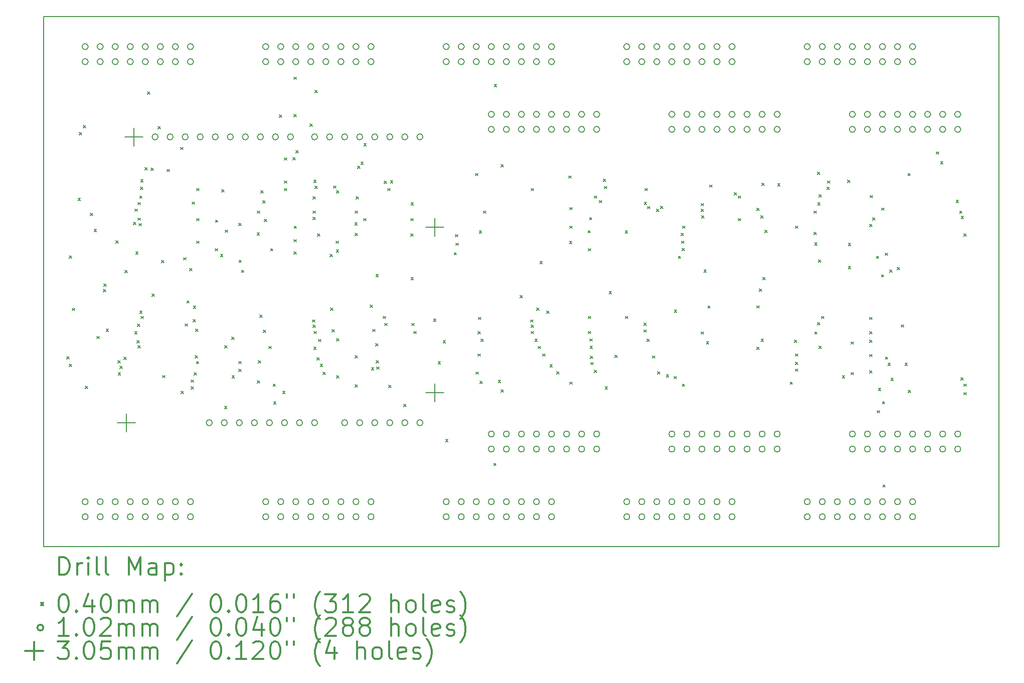
<source format=gbr>
%FSLAX45Y45*%
G04 Gerber Fmt 4.5, Leading zero omitted, Abs format (unit mm)*
G04 Created by KiCad (PCBNEW 4.0.1-stable) date 2016-06-03 18:52:19*
%MOMM*%
G01*
G04 APERTURE LIST*
%ADD10C,0.127000*%
%ADD11C,0.150000*%
%ADD12C,0.200000*%
%ADD13C,0.300000*%
G04 APERTURE END LIST*
D10*
D11*
X2844800Y-13843000D02*
X2844800Y-4889500D01*
X18973800Y-13843000D02*
X2844800Y-13843000D01*
X18973800Y-4889500D02*
X18973800Y-13843000D01*
X2844800Y-4889500D02*
X18973800Y-4889500D01*
D12*
X3232040Y-10633200D02*
X3272040Y-10673200D01*
X3272040Y-10633200D02*
X3232040Y-10673200D01*
X3275810Y-8931860D02*
X3315810Y-8971860D01*
X3315810Y-8931860D02*
X3275810Y-8971860D01*
X3276720Y-10758080D02*
X3316720Y-10798080D01*
X3316720Y-10758080D02*
X3276720Y-10798080D01*
X3326460Y-9814430D02*
X3366460Y-9854430D01*
X3366460Y-9814430D02*
X3326460Y-9854430D01*
X3424660Y-7957110D02*
X3464660Y-7997110D01*
X3464660Y-7957110D02*
X3424660Y-7997110D01*
X3445460Y-6849080D02*
X3485460Y-6889080D01*
X3485460Y-6849080D02*
X3445460Y-6889080D01*
X3514160Y-6728880D02*
X3554160Y-6768880D01*
X3554160Y-6728880D02*
X3514160Y-6768880D01*
X3549030Y-11130650D02*
X3589030Y-11170650D01*
X3589030Y-11130650D02*
X3549030Y-11170650D01*
X3628820Y-8211000D02*
X3668820Y-8251000D01*
X3668820Y-8211000D02*
X3628820Y-8251000D01*
X3694700Y-8478190D02*
X3734700Y-8518190D01*
X3734700Y-8478190D02*
X3694700Y-8518190D01*
X3740460Y-10289050D02*
X3780460Y-10329050D01*
X3780460Y-10289050D02*
X3740460Y-10329050D01*
X3851480Y-9495760D02*
X3891480Y-9535760D01*
X3891480Y-9495760D02*
X3851480Y-9535760D01*
X3860330Y-9405980D02*
X3900330Y-9445980D01*
X3900330Y-9405980D02*
X3860330Y-9445980D01*
X3898690Y-10165880D02*
X3938690Y-10205880D01*
X3938690Y-10165880D02*
X3898690Y-10205880D01*
X4065530Y-8672960D02*
X4105530Y-8712960D01*
X4105530Y-8672960D02*
X4065530Y-8712960D01*
X4097780Y-10701440D02*
X4137780Y-10741440D01*
X4137780Y-10701440D02*
X4097780Y-10741440D01*
X4101400Y-10902470D02*
X4141400Y-10942470D01*
X4141400Y-10902470D02*
X4101400Y-10942470D01*
X4129750Y-10790000D02*
X4169750Y-10830000D01*
X4169750Y-10790000D02*
X4129750Y-10830000D01*
X4199610Y-10639190D02*
X4239610Y-10679190D01*
X4239610Y-10639190D02*
X4199610Y-10679190D01*
X4212370Y-9175060D02*
X4252370Y-9215060D01*
X4252370Y-9175060D02*
X4212370Y-9215060D01*
X4360490Y-8359440D02*
X4400490Y-8399440D01*
X4400490Y-8359440D02*
X4360490Y-8399440D01*
X4380280Y-10208970D02*
X4420280Y-10248970D01*
X4420280Y-10208970D02*
X4380280Y-10248970D01*
X4382110Y-8138460D02*
X4422110Y-8178460D01*
X4422110Y-8138460D02*
X4382110Y-8178460D01*
X4398210Y-8860380D02*
X4438210Y-8900380D01*
X4438210Y-8860380D02*
X4398210Y-8900380D01*
X4418610Y-10360730D02*
X4458610Y-10400730D01*
X4458610Y-10360730D02*
X4418610Y-10400730D01*
X4429090Y-10079230D02*
X4469090Y-10119230D01*
X4469090Y-10079230D02*
X4429090Y-10119230D01*
X4432360Y-10447590D02*
X4472360Y-10487590D01*
X4472360Y-10447590D02*
X4432360Y-10487590D01*
X4435370Y-8289850D02*
X4475370Y-8329850D01*
X4475370Y-8289850D02*
X4435370Y-8329850D01*
X4436870Y-8028120D02*
X4476870Y-8068120D01*
X4476870Y-8028120D02*
X4436870Y-8068120D01*
X4452260Y-8384210D02*
X4492260Y-8424210D01*
X4492260Y-8384210D02*
X4452260Y-8424210D01*
X4463900Y-7916880D02*
X4503900Y-7956880D01*
X4503900Y-7916880D02*
X4463900Y-7956880D01*
X4464730Y-9858080D02*
X4504730Y-9898080D01*
X4504730Y-9858080D02*
X4464730Y-9898080D01*
X4478190Y-7768210D02*
X4518190Y-7808210D01*
X4518190Y-7768210D02*
X4478190Y-7808210D01*
X4482170Y-7644710D02*
X4522170Y-7684710D01*
X4522170Y-7644710D02*
X4482170Y-7684710D01*
X4484520Y-9949500D02*
X4524520Y-9989500D01*
X4524520Y-9949500D02*
X4484520Y-9989500D01*
X4551140Y-7442650D02*
X4591140Y-7482650D01*
X4591140Y-7442650D02*
X4551140Y-7482650D01*
X4595510Y-6164050D02*
X4635510Y-6204050D01*
X4635510Y-6164050D02*
X4595510Y-6204050D01*
X4653950Y-7446940D02*
X4693950Y-7486940D01*
X4693950Y-7446940D02*
X4653950Y-7486940D01*
X4674070Y-9575520D02*
X4714070Y-9615520D01*
X4714070Y-9575520D02*
X4674070Y-9615520D01*
X4772690Y-6746280D02*
X4812690Y-6786280D01*
X4812690Y-6746280D02*
X4772690Y-6786280D01*
X4830690Y-9008140D02*
X4870690Y-9048140D01*
X4870690Y-9008140D02*
X4830690Y-9048140D01*
X4847230Y-10948970D02*
X4887230Y-10988970D01*
X4887230Y-10948970D02*
X4847230Y-10988970D01*
X4926960Y-7469410D02*
X4966960Y-7509410D01*
X4966960Y-7469410D02*
X4926960Y-7509410D01*
X5152260Y-7095740D02*
X5192260Y-7135740D01*
X5192260Y-7095740D02*
X5152260Y-7135740D01*
X5164350Y-11214090D02*
X5204350Y-11254090D01*
X5204350Y-11214090D02*
X5164350Y-11254090D01*
X5204940Y-8960450D02*
X5244940Y-9000450D01*
X5244940Y-8960450D02*
X5204940Y-9000450D01*
X5230200Y-10076500D02*
X5270200Y-10116500D01*
X5270200Y-10076500D02*
X5230200Y-10116500D01*
X5261980Y-9686470D02*
X5301980Y-9726470D01*
X5301980Y-9686470D02*
X5261980Y-9726470D01*
X5307230Y-9139080D02*
X5347230Y-9179080D01*
X5347230Y-9139080D02*
X5307230Y-9179080D01*
X5332690Y-11024360D02*
X5372690Y-11064360D01*
X5372690Y-11024360D02*
X5332690Y-11064360D01*
X5332690Y-11136890D02*
X5372690Y-11176890D01*
X5372690Y-11136890D02*
X5332690Y-11176890D01*
X5347790Y-8019260D02*
X5387790Y-8059260D01*
X5387790Y-8019260D02*
X5347790Y-8059260D01*
X5364210Y-10004120D02*
X5404210Y-10044120D01*
X5404210Y-10004120D02*
X5364210Y-10044120D01*
X5371670Y-9774110D02*
X5411670Y-9814110D01*
X5411670Y-9774110D02*
X5371670Y-9814110D01*
X5383520Y-10901980D02*
X5423520Y-10941980D01*
X5423520Y-10901980D02*
X5383520Y-10941980D01*
X5401050Y-10612230D02*
X5441050Y-10652230D01*
X5441050Y-10612230D02*
X5401050Y-10652230D01*
X5409690Y-10166380D02*
X5449690Y-10206380D01*
X5449690Y-10166380D02*
X5409690Y-10206380D01*
X5422400Y-10711500D02*
X5462400Y-10751500D01*
X5462400Y-10711500D02*
X5422400Y-10751500D01*
X5423170Y-7790500D02*
X5463170Y-7830500D01*
X5463170Y-7790500D02*
X5423170Y-7830500D01*
X5423340Y-8298500D02*
X5463340Y-8338500D01*
X5463340Y-8298500D02*
X5423340Y-8338500D01*
X5425320Y-8679500D02*
X5465320Y-8719500D01*
X5465320Y-8679500D02*
X5425320Y-8719500D01*
X5737600Y-8806500D02*
X5777600Y-8846500D01*
X5777600Y-8806500D02*
X5737600Y-8846500D01*
X5743000Y-8325070D02*
X5783000Y-8365070D01*
X5783000Y-8325070D02*
X5743000Y-8365070D01*
X5828000Y-8906330D02*
X5868000Y-8946330D01*
X5868000Y-8906330D02*
X5828000Y-8946330D01*
X5849890Y-7814210D02*
X5889890Y-7854210D01*
X5889890Y-7814210D02*
X5849890Y-7854210D01*
X5896250Y-11466770D02*
X5936250Y-11506770D01*
X5936250Y-11466770D02*
X5896250Y-11506770D01*
X5900710Y-10447360D02*
X5940710Y-10487360D01*
X5940710Y-10447360D02*
X5900710Y-10487360D01*
X5907080Y-8492910D02*
X5947080Y-8532910D01*
X5947080Y-8492910D02*
X5907080Y-8532910D01*
X6018260Y-10299500D02*
X6058260Y-10339500D01*
X6058260Y-10299500D02*
X6018260Y-10339500D01*
X6022680Y-10953570D02*
X6062680Y-10993570D01*
X6062680Y-10953570D02*
X6022680Y-10993570D01*
X6135350Y-10711500D02*
X6175350Y-10751500D01*
X6175350Y-10711500D02*
X6135350Y-10751500D01*
X6135420Y-8381160D02*
X6175420Y-8421160D01*
X6175420Y-8381160D02*
X6135420Y-8421160D01*
X6135420Y-10843280D02*
X6175420Y-10883280D01*
X6175420Y-10843280D02*
X6135420Y-10883280D01*
X6140280Y-9001640D02*
X6180280Y-9041640D01*
X6180280Y-9001640D02*
X6140280Y-9041640D01*
X6184090Y-9171210D02*
X6224090Y-9211210D01*
X6224090Y-9171210D02*
X6184090Y-9211210D01*
X6447280Y-8537540D02*
X6487280Y-8577540D01*
X6487280Y-8537540D02*
X6447280Y-8577540D01*
X6448230Y-8171500D02*
X6488230Y-8211500D01*
X6488230Y-8171500D02*
X6448230Y-8211500D01*
X6450300Y-11036110D02*
X6490300Y-11076110D01*
X6490300Y-11036110D02*
X6450300Y-11076110D01*
X6468530Y-10699790D02*
X6508530Y-10739790D01*
X6508530Y-10699790D02*
X6468530Y-10739790D01*
X6491190Y-9929020D02*
X6531190Y-9969020D01*
X6531190Y-9929020D02*
X6491190Y-9969020D01*
X6510220Y-7826900D02*
X6550220Y-7866900D01*
X6550220Y-7826900D02*
X6510220Y-7866900D01*
X6545170Y-8001150D02*
X6585170Y-8041150D01*
X6585170Y-8001150D02*
X6545170Y-8041150D01*
X6550200Y-10181860D02*
X6590200Y-10221860D01*
X6590200Y-10181860D02*
X6550200Y-10221860D01*
X6569820Y-8313730D02*
X6609820Y-8353730D01*
X6609820Y-8313730D02*
X6569820Y-8353730D01*
X6647620Y-10457450D02*
X6687620Y-10497450D01*
X6687620Y-10457450D02*
X6647620Y-10497450D01*
X6674510Y-8806300D02*
X6714510Y-8846300D01*
X6714510Y-8806300D02*
X6674510Y-8846300D01*
X6716960Y-11092500D02*
X6756960Y-11132500D01*
X6756960Y-11092500D02*
X6716960Y-11132500D01*
X6725130Y-11391090D02*
X6765130Y-11431090D01*
X6765130Y-11391090D02*
X6725130Y-11431090D01*
X6825300Y-6549110D02*
X6865300Y-6589110D01*
X6865300Y-6549110D02*
X6825300Y-6589110D01*
X6877490Y-11218520D02*
X6917490Y-11258520D01*
X6917490Y-11218520D02*
X6877490Y-11258520D01*
X6904670Y-7663500D02*
X6944670Y-7703500D01*
X6944670Y-7663500D02*
X6904670Y-7703500D01*
X6904670Y-7790500D02*
X6944670Y-7830500D01*
X6944670Y-7790500D02*
X6904670Y-7830500D01*
X6906450Y-7275040D02*
X6946450Y-7315040D01*
X6946450Y-7275040D02*
X6906450Y-7315040D01*
X7049530Y-7267250D02*
X7089530Y-7307250D01*
X7089530Y-7267250D02*
X7049530Y-7307250D01*
X7065660Y-5911250D02*
X7105660Y-5951250D01*
X7105660Y-5911250D02*
X7065660Y-5951250D01*
X7065840Y-6544350D02*
X7105840Y-6584350D01*
X7105840Y-6544350D02*
X7065840Y-6584350D01*
X7066720Y-8653460D02*
X7106720Y-8693460D01*
X7106720Y-8653460D02*
X7066720Y-8693460D01*
X7066720Y-8864290D02*
X7106720Y-8904290D01*
X7106720Y-8864290D02*
X7066720Y-8904290D01*
X7073460Y-8425500D02*
X7113460Y-8465500D01*
X7113460Y-8425500D02*
X7073460Y-8465500D01*
X7105040Y-7153640D02*
X7145040Y-7193640D01*
X7145040Y-7153640D02*
X7105040Y-7193640D01*
X7339880Y-6700540D02*
X7379880Y-6740540D01*
X7379880Y-6700540D02*
X7339880Y-6740540D01*
X7382920Y-10008360D02*
X7422920Y-10048360D01*
X7422920Y-10008360D02*
X7382920Y-10048360D01*
X7387770Y-7928390D02*
X7427770Y-7968390D01*
X7427770Y-7928390D02*
X7387770Y-7968390D01*
X7387850Y-8171500D02*
X7427850Y-8211500D01*
X7427850Y-8171500D02*
X7387850Y-8211500D01*
X7388740Y-8279690D02*
X7428740Y-8319690D01*
X7428740Y-8279690D02*
X7388740Y-8319690D01*
X7390380Y-10099440D02*
X7430380Y-10139440D01*
X7430380Y-10099440D02*
X7390380Y-10139440D01*
X7402320Y-7653280D02*
X7442320Y-7693280D01*
X7442320Y-7653280D02*
X7402320Y-7693280D01*
X7403870Y-10471400D02*
X7443870Y-10511400D01*
X7443870Y-10471400D02*
X7403870Y-10511400D01*
X7408730Y-10203900D02*
X7448730Y-10243900D01*
X7448730Y-10203900D02*
X7408730Y-10243900D01*
X7423670Y-7753180D02*
X7463670Y-7793180D01*
X7463670Y-7753180D02*
X7423670Y-7793180D01*
X7425730Y-6136760D02*
X7465730Y-6176760D01*
X7465730Y-6136760D02*
X7425730Y-6176760D01*
X7460800Y-10647210D02*
X7500800Y-10687210D01*
X7500800Y-10647210D02*
X7460800Y-10687210D01*
X7467020Y-8559060D02*
X7507020Y-8599060D01*
X7507020Y-8559060D02*
X7467020Y-8599060D01*
X7484900Y-10340320D02*
X7524900Y-10380320D01*
X7524900Y-10340320D02*
X7484900Y-10380320D01*
X7514120Y-10759500D02*
X7554120Y-10799500D01*
X7554120Y-10759500D02*
X7514120Y-10799500D01*
X7560660Y-10894890D02*
X7600660Y-10934890D01*
X7600660Y-10894890D02*
X7560660Y-10934890D01*
X7676760Y-8906910D02*
X7716760Y-8946910D01*
X7716760Y-8906910D02*
X7676760Y-8946910D01*
X7685140Y-9811090D02*
X7725140Y-9851090D01*
X7725140Y-9811090D02*
X7685140Y-9851090D01*
X7709820Y-10171620D02*
X7749820Y-10211620D01*
X7749820Y-10171620D02*
X7709820Y-10211620D01*
X7736240Y-7747850D02*
X7776240Y-7787850D01*
X7776240Y-7747850D02*
X7736240Y-7787850D01*
X7777390Y-8679500D02*
X7817390Y-8719500D01*
X7817390Y-8679500D02*
X7777390Y-8719500D01*
X7782930Y-8829160D02*
X7822930Y-8869160D01*
X7822930Y-8829160D02*
X7782930Y-8869160D01*
X7786570Y-10952720D02*
X7826570Y-10992720D01*
X7826570Y-10952720D02*
X7786570Y-10992720D01*
X7787050Y-10327370D02*
X7827050Y-10367370D01*
X7827050Y-10327370D02*
X7787050Y-10367370D01*
X7787190Y-7828080D02*
X7827190Y-7868080D01*
X7827190Y-7828080D02*
X7787190Y-7868080D01*
X8096030Y-8369450D02*
X8136030Y-8409450D01*
X8136030Y-8369450D02*
X8096030Y-8409450D01*
X8099110Y-8545990D02*
X8139110Y-8585990D01*
X8139110Y-8545990D02*
X8099110Y-8585990D01*
X8100900Y-10615830D02*
X8140900Y-10655830D01*
X8140900Y-10615830D02*
X8100900Y-10655830D01*
X8100960Y-8171500D02*
X8140960Y-8211500D01*
X8140960Y-8171500D02*
X8100960Y-8211500D01*
X8102970Y-11102760D02*
X8142970Y-11142760D01*
X8142970Y-11102760D02*
X8102970Y-11142760D01*
X8120340Y-7932550D02*
X8160340Y-7972550D01*
X8160340Y-7932550D02*
X8120340Y-7972550D01*
X8142920Y-7413540D02*
X8182920Y-7453540D01*
X8182920Y-7413540D02*
X8142920Y-7453540D01*
X8198080Y-7345410D02*
X8238080Y-7385410D01*
X8238080Y-7345410D02*
X8198080Y-7385410D01*
X8243420Y-8298500D02*
X8283420Y-8338500D01*
X8283420Y-8298500D02*
X8243420Y-8338500D01*
X8249410Y-7034450D02*
X8289410Y-7074450D01*
X8289410Y-7034450D02*
X8249410Y-7074450D01*
X8356340Y-9760330D02*
X8396340Y-9800330D01*
X8396340Y-9760330D02*
X8356340Y-9800330D01*
X8377590Y-10818610D02*
X8417590Y-10858610D01*
X8417590Y-10818610D02*
X8377590Y-10858610D01*
X8400070Y-10170700D02*
X8440070Y-10210700D01*
X8440070Y-10170700D02*
X8400070Y-10210700D01*
X8450330Y-10414100D02*
X8490330Y-10454100D01*
X8490330Y-10414100D02*
X8450330Y-10454100D01*
X8453550Y-9245250D02*
X8493550Y-9285250D01*
X8493550Y-9245250D02*
X8453550Y-9285250D01*
X8454500Y-10699650D02*
X8494500Y-10739650D01*
X8494500Y-10699650D02*
X8454500Y-10739650D01*
X8463400Y-10804890D02*
X8503400Y-10844890D01*
X8503400Y-10804890D02*
X8463400Y-10844890D01*
X8576120Y-9949500D02*
X8616120Y-9989500D01*
X8616120Y-9949500D02*
X8576120Y-9989500D01*
X8593450Y-7666650D02*
X8633450Y-7706650D01*
X8633450Y-7666650D02*
X8593450Y-7706650D01*
X8598050Y-10067850D02*
X8638050Y-10107850D01*
X8638050Y-10067850D02*
X8598050Y-10107850D01*
X8654750Y-7790500D02*
X8694750Y-7830500D01*
X8694750Y-7790500D02*
X8654750Y-7830500D01*
X8668760Y-11116410D02*
X8708760Y-11156410D01*
X8708760Y-11116410D02*
X8668760Y-11156410D01*
X8698640Y-7662710D02*
X8738640Y-7702710D01*
X8738640Y-7662710D02*
X8698640Y-7702710D01*
X8920800Y-11434940D02*
X8960800Y-11474940D01*
X8960800Y-11434940D02*
X8920800Y-11474940D01*
X9038930Y-8298500D02*
X9078930Y-8338500D01*
X9078930Y-8298500D02*
X9038930Y-8338500D01*
X9038930Y-8556100D02*
X9078930Y-8596100D01*
X9078930Y-8556100D02*
X9038930Y-8596100D01*
X9045750Y-9292630D02*
X9085750Y-9332630D01*
X9085750Y-9292630D02*
X9045750Y-9332630D01*
X9046580Y-8031170D02*
X9086580Y-8071170D01*
X9086580Y-8031170D02*
X9046580Y-8071170D01*
X9060790Y-10067850D02*
X9100790Y-10107850D01*
X9100790Y-10067850D02*
X9060790Y-10107850D01*
X9094080Y-10203500D02*
X9134080Y-10243500D01*
X9134080Y-10203500D02*
X9094080Y-10243500D01*
X9425530Y-9995240D02*
X9465530Y-10035240D01*
X9465530Y-9995240D02*
X9425530Y-10035240D01*
X9501860Y-10718710D02*
X9541860Y-10758710D01*
X9541860Y-10718710D02*
X9501860Y-10758710D01*
X9586960Y-10362900D02*
X9626960Y-10402900D01*
X9626960Y-10362900D02*
X9586960Y-10402900D01*
X9630350Y-12031520D02*
X9670350Y-12071520D01*
X9670350Y-12031520D02*
X9630350Y-12071520D01*
X9772460Y-8874050D02*
X9812460Y-8914050D01*
X9812460Y-8874050D02*
X9772460Y-8914050D01*
X9796310Y-8570460D02*
X9836310Y-8610460D01*
X9836310Y-8570460D02*
X9796310Y-8610460D01*
X9802190Y-8713980D02*
X9842190Y-8753980D01*
X9842190Y-8713980D02*
X9802190Y-8753980D01*
X10131090Y-7536500D02*
X10171090Y-7576500D01*
X10171090Y-7536500D02*
X10131090Y-7576500D01*
X10140860Y-10889080D02*
X10180860Y-10929080D01*
X10180860Y-10889080D02*
X10140860Y-10929080D01*
X10173650Y-10209490D02*
X10213650Y-10249490D01*
X10213650Y-10209490D02*
X10173650Y-10249490D01*
X10174860Y-10584500D02*
X10214860Y-10624500D01*
X10214860Y-10584500D02*
X10174860Y-10624500D01*
X10182920Y-9967060D02*
X10222920Y-10007060D01*
X10222920Y-9967060D02*
X10182920Y-10007060D01*
X10196340Y-8505090D02*
X10236340Y-8545090D01*
X10236340Y-8505090D02*
X10196340Y-8545090D01*
X10208380Y-11048650D02*
X10248380Y-11088650D01*
X10248380Y-11048650D02*
X10208380Y-11088650D01*
X10228810Y-10335470D02*
X10268810Y-10375470D01*
X10268810Y-10335470D02*
X10228810Y-10375470D01*
X10271850Y-8171500D02*
X10311850Y-8211500D01*
X10311850Y-8171500D02*
X10271850Y-8211500D01*
X10441890Y-12431620D02*
X10481890Y-12471620D01*
X10481890Y-12431620D02*
X10441890Y-12471620D01*
X10451450Y-6032910D02*
X10491450Y-6072910D01*
X10491450Y-6032910D02*
X10451450Y-6072910D01*
X10518650Y-11026790D02*
X10558650Y-11066790D01*
X10558650Y-11026790D02*
X10518650Y-11066790D01*
X10565290Y-7391160D02*
X10605290Y-7431160D01*
X10605290Y-7391160D02*
X10565290Y-7431160D01*
X10565330Y-11193360D02*
X10605330Y-11233360D01*
X10605330Y-11193360D02*
X10565330Y-11233360D01*
X10883890Y-9599040D02*
X10923890Y-9639040D01*
X10923890Y-9599040D02*
X10883890Y-9639040D01*
X11066140Y-10008260D02*
X11106140Y-10048260D01*
X11106140Y-10008260D02*
X11066140Y-10048260D01*
X11070590Y-7790500D02*
X11110590Y-7830500D01*
X11110590Y-7790500D02*
X11070590Y-7830500D01*
X11071220Y-10099810D02*
X11111220Y-10139810D01*
X11111220Y-10099810D02*
X11071220Y-10139810D01*
X11072090Y-10203500D02*
X11112090Y-10243500D01*
X11112090Y-10203500D02*
X11072090Y-10243500D01*
X11135940Y-10335530D02*
X11175940Y-10375530D01*
X11175940Y-10335530D02*
X11135940Y-10375530D01*
X11166350Y-9810460D02*
X11206350Y-9850460D01*
X11206350Y-9810460D02*
X11166350Y-9850460D01*
X11191770Y-10457500D02*
X11231770Y-10497500D01*
X11231770Y-10457500D02*
X11191770Y-10497500D01*
X11220420Y-9025660D02*
X11260420Y-9065660D01*
X11260420Y-9025660D02*
X11220420Y-9065660D01*
X11268100Y-10584500D02*
X11308100Y-10624500D01*
X11308100Y-10584500D02*
X11268100Y-10624500D01*
X11338010Y-9858530D02*
X11378010Y-9898530D01*
X11378010Y-9858530D02*
X11338010Y-9898530D01*
X11391500Y-10767810D02*
X11431500Y-10807810D01*
X11431500Y-10767810D02*
X11391500Y-10807810D01*
X11503960Y-10888120D02*
X11543960Y-10928120D01*
X11543960Y-10888120D02*
X11503960Y-10928120D01*
X11706950Y-7579720D02*
X11746950Y-7619720D01*
X11746950Y-7579720D02*
X11706950Y-7619720D01*
X11721780Y-8687020D02*
X11761780Y-8727020D01*
X11761780Y-8687020D02*
X11721780Y-8727020D01*
X11722710Y-8425500D02*
X11762710Y-8465500D01*
X11762710Y-8425500D02*
X11722710Y-8465500D01*
X11724290Y-11059380D02*
X11764290Y-11099380D01*
X11764290Y-11059380D02*
X11724290Y-11099380D01*
X11727110Y-8113010D02*
X11767110Y-8153010D01*
X11767110Y-8113010D02*
X11727110Y-8153010D01*
X12035300Y-8501300D02*
X12075300Y-8541300D01*
X12075300Y-8501300D02*
X12035300Y-8541300D01*
X12035760Y-8806500D02*
X12075760Y-8846500D01*
X12075760Y-8806500D02*
X12035760Y-8846500D01*
X12036070Y-9949500D02*
X12076070Y-9989500D01*
X12076070Y-9949500D02*
X12036070Y-9989500D01*
X12041340Y-10203500D02*
X12081340Y-10243500D01*
X12081340Y-10203500D02*
X12041340Y-10243500D01*
X12058730Y-8281260D02*
X12098730Y-8321260D01*
X12098730Y-8281260D02*
X12058730Y-8321260D01*
X12066820Y-10330500D02*
X12106820Y-10370500D01*
X12106820Y-10330500D02*
X12066820Y-10370500D01*
X12069040Y-10452440D02*
X12109040Y-10492440D01*
X12109040Y-10452440D02*
X12069040Y-10492440D01*
X12071690Y-10620740D02*
X12111690Y-10660740D01*
X12111690Y-10620740D02*
X12071690Y-10660740D01*
X12079210Y-10729510D02*
X12119210Y-10769510D01*
X12119210Y-10729510D02*
X12079210Y-10769510D01*
X12141100Y-7917500D02*
X12181100Y-7957500D01*
X12181100Y-7917500D02*
X12141100Y-7957500D01*
X12142190Y-10862790D02*
X12182190Y-10902790D01*
X12182190Y-10862790D02*
X12142190Y-10902790D01*
X12223810Y-7994390D02*
X12263810Y-8034390D01*
X12263810Y-7994390D02*
X12223810Y-8034390D01*
X12292420Y-7633000D02*
X12332420Y-7673000D01*
X12332420Y-7633000D02*
X12292420Y-7673000D01*
X12310620Y-7756800D02*
X12350620Y-7796800D01*
X12350620Y-7756800D02*
X12310620Y-7796800D01*
X12321600Y-11138960D02*
X12361600Y-11178960D01*
X12361600Y-11138960D02*
X12321600Y-11178960D01*
X12389280Y-9528660D02*
X12429280Y-9568660D01*
X12429280Y-9528660D02*
X12389280Y-9568660D01*
X12489070Y-10607640D02*
X12529070Y-10647640D01*
X12529070Y-10607640D02*
X12489070Y-10647640D01*
X12661350Y-8504470D02*
X12701350Y-8544470D01*
X12701350Y-8504470D02*
X12661350Y-8544470D01*
X12663900Y-9949500D02*
X12703900Y-9989500D01*
X12703900Y-9949500D02*
X12663900Y-9989500D01*
X12975510Y-10178620D02*
X13015510Y-10218620D01*
X13015510Y-10178620D02*
X12975510Y-10218620D01*
X12976580Y-10062590D02*
X13016580Y-10102590D01*
X13016580Y-10062590D02*
X12976580Y-10102590D01*
X12982920Y-8025490D02*
X13022920Y-8065490D01*
X13022920Y-8025490D02*
X12982920Y-8065490D01*
X12995650Y-7790500D02*
X13035650Y-7830500D01*
X13035650Y-7790500D02*
X12995650Y-7830500D01*
X13027830Y-10335530D02*
X13067830Y-10375530D01*
X13067830Y-10335530D02*
X13027830Y-10375530D01*
X13035370Y-8095040D02*
X13075370Y-8135040D01*
X13075370Y-8095040D02*
X13035370Y-8135040D01*
X13123350Y-10618610D02*
X13163350Y-10658610D01*
X13163350Y-10618610D02*
X13123350Y-10658610D01*
X13189420Y-8145080D02*
X13229420Y-8185080D01*
X13229420Y-8145080D02*
X13189420Y-8185080D01*
X13208980Y-10885890D02*
X13248980Y-10925890D01*
X13248980Y-10885890D02*
X13208980Y-10925890D01*
X13257550Y-8090180D02*
X13297550Y-8130180D01*
X13297550Y-8090180D02*
X13257550Y-8130180D01*
X13355660Y-10933410D02*
X13395660Y-10973410D01*
X13395660Y-10933410D02*
X13355660Y-10973410D01*
X13487370Y-10966940D02*
X13527370Y-11006940D01*
X13527370Y-10966940D02*
X13487370Y-11006940D01*
X13490400Y-9844950D02*
X13530400Y-9884950D01*
X13530400Y-9844950D02*
X13490400Y-9884950D01*
X13559230Y-8933760D02*
X13599230Y-8973760D01*
X13599230Y-8933760D02*
X13559230Y-8973760D01*
X13607230Y-8549170D02*
X13647230Y-8589170D01*
X13647230Y-8549170D02*
X13607230Y-8589170D01*
X13610730Y-8679500D02*
X13650730Y-8719500D01*
X13650730Y-8679500D02*
X13610730Y-8719500D01*
X13624510Y-8801130D02*
X13664510Y-8841130D01*
X13664510Y-8801130D02*
X13624510Y-8841130D01*
X13626800Y-11092500D02*
X13666800Y-11132500D01*
X13666800Y-11092500D02*
X13626800Y-11132500D01*
X13628130Y-8425500D02*
X13668130Y-8465500D01*
X13668130Y-8425500D02*
X13628130Y-8465500D01*
X13940570Y-8044500D02*
X13980570Y-8084500D01*
X13980570Y-8044500D02*
X13940570Y-8084500D01*
X13940700Y-10211970D02*
X13980700Y-10251970D01*
X13980700Y-10211970D02*
X13940700Y-10251970D01*
X13940930Y-8141960D02*
X13980930Y-8181960D01*
X13980930Y-8141960D02*
X13940930Y-8181960D01*
X13950650Y-8254940D02*
X13990650Y-8294940D01*
X13990650Y-8254940D02*
X13950650Y-8294940D01*
X13990380Y-9165090D02*
X14030380Y-9205090D01*
X14030380Y-9165090D02*
X13990380Y-9205090D01*
X14031780Y-10375840D02*
X14071780Y-10415840D01*
X14071780Y-10375840D02*
X14031780Y-10415840D01*
X14057460Y-9771080D02*
X14097460Y-9811080D01*
X14097460Y-9771080D02*
X14057460Y-9811080D01*
X14088460Y-7731660D02*
X14128460Y-7771660D01*
X14128460Y-7731660D02*
X14088460Y-7771660D01*
X14500380Y-7862090D02*
X14540380Y-7902090D01*
X14540380Y-7862090D02*
X14500380Y-7902090D01*
X14568270Y-8298500D02*
X14608270Y-8338500D01*
X14608270Y-8298500D02*
X14568270Y-8338500D01*
X14568520Y-7917500D02*
X14608520Y-7957500D01*
X14608520Y-7917500D02*
X14568520Y-7957500D01*
X14881340Y-10468970D02*
X14921340Y-10508970D01*
X14921340Y-10468970D02*
X14881340Y-10508970D01*
X14883650Y-9771660D02*
X14923650Y-9811660D01*
X14923650Y-9771660D02*
X14883650Y-9811660D01*
X14884830Y-8126130D02*
X14924830Y-8166130D01*
X14924830Y-8126130D02*
X14884830Y-8166130D01*
X14926730Y-9489600D02*
X14966730Y-9529600D01*
X14966730Y-9489600D02*
X14926730Y-9529600D01*
X14953510Y-8255340D02*
X14993510Y-8295340D01*
X14993510Y-8255340D02*
X14953510Y-8295340D01*
X14955990Y-10335610D02*
X14995990Y-10375610D01*
X14995990Y-10335610D02*
X14955990Y-10375610D01*
X14966990Y-7701040D02*
X15006990Y-7741040D01*
X15006990Y-7701040D02*
X14966990Y-7741040D01*
X14984360Y-9294040D02*
X15024360Y-9334040D01*
X15024360Y-9294040D02*
X14984360Y-9334040D01*
X15018970Y-8498540D02*
X15058970Y-8538540D01*
X15058970Y-8498540D02*
X15018970Y-8538540D01*
X15235710Y-7707640D02*
X15275710Y-7747640D01*
X15275710Y-7707640D02*
X15235710Y-7747640D01*
X15445910Y-11060190D02*
X15485910Y-11100190D01*
X15485910Y-11060190D02*
X15445910Y-11100190D01*
X15518200Y-10351070D02*
X15558200Y-10391070D01*
X15558200Y-10351070D02*
X15518200Y-10391070D01*
X15532710Y-10838500D02*
X15572710Y-10878500D01*
X15572710Y-10838500D02*
X15532710Y-10878500D01*
X15533060Y-10584500D02*
X15573060Y-10624500D01*
X15573060Y-10584500D02*
X15533060Y-10624500D01*
X15533700Y-8425500D02*
X15573700Y-8465500D01*
X15573700Y-8425500D02*
X15533700Y-8465500D01*
X15534180Y-10723580D02*
X15574180Y-10763580D01*
X15574180Y-10723580D02*
X15534180Y-10763580D01*
X15846280Y-8534150D02*
X15886280Y-8574150D01*
X15886280Y-8534150D02*
X15846280Y-8574150D01*
X15846470Y-8171500D02*
X15886470Y-8211500D01*
X15886470Y-8171500D02*
X15846470Y-8211500D01*
X15859950Y-10211730D02*
X15899950Y-10251730D01*
X15899950Y-10211730D02*
X15859950Y-10251730D01*
X15861130Y-8710780D02*
X15901130Y-8750780D01*
X15901130Y-8710780D02*
X15861130Y-8750780D01*
X15908180Y-7516020D02*
X15948180Y-7556020D01*
X15948180Y-7516020D02*
X15908180Y-7556020D01*
X15908680Y-10055240D02*
X15948680Y-10095240D01*
X15948680Y-10055240D02*
X15908680Y-10095240D01*
X15911130Y-8032390D02*
X15951130Y-8072390D01*
X15951130Y-8032390D02*
X15911130Y-8072390D01*
X15927110Y-8998030D02*
X15967110Y-9038030D01*
X15967110Y-8998030D02*
X15927110Y-9038030D01*
X15930050Y-7899750D02*
X15970050Y-7939750D01*
X15970050Y-7899750D02*
X15930050Y-7939750D01*
X15932570Y-10451450D02*
X15972570Y-10491450D01*
X15972570Y-10451450D02*
X15932570Y-10491450D01*
X15974230Y-9949500D02*
X16014230Y-9989500D01*
X16014230Y-9949500D02*
X15974230Y-9989500D01*
X16067830Y-7772050D02*
X16107830Y-7812050D01*
X16107830Y-7772050D02*
X16067830Y-7812050D01*
X16078250Y-7663500D02*
X16118250Y-7703500D01*
X16118250Y-7663500D02*
X16078250Y-7703500D01*
X16326750Y-10955590D02*
X16366750Y-10995590D01*
X16366750Y-10955590D02*
X16326750Y-10995590D01*
X16415060Y-7653980D02*
X16455060Y-7693980D01*
X16455060Y-7653980D02*
X16415060Y-7693980D01*
X16428520Y-8716730D02*
X16468520Y-8756730D01*
X16468520Y-8716730D02*
X16428520Y-8756730D01*
X16428520Y-9105340D02*
X16468520Y-9145340D01*
X16468520Y-9105340D02*
X16428520Y-9145340D01*
X16473210Y-10382900D02*
X16513210Y-10422900D01*
X16513210Y-10382900D02*
X16473210Y-10422900D01*
X16477390Y-10897300D02*
X16517390Y-10937300D01*
X16517390Y-10897300D02*
X16477390Y-10937300D01*
X16785710Y-9967280D02*
X16825710Y-10007280D01*
X16825710Y-9967280D02*
X16785710Y-10007280D01*
X16786480Y-10206320D02*
X16826480Y-10246320D01*
X16826480Y-10206320D02*
X16786480Y-10246320D01*
X16786790Y-10594090D02*
X16826790Y-10634090D01*
X16826790Y-10594090D02*
X16786790Y-10634090D01*
X16786800Y-10353600D02*
X16826800Y-10393600D01*
X16826800Y-10353600D02*
X16786800Y-10393600D01*
X16787470Y-10871190D02*
X16827470Y-10911190D01*
X16827470Y-10871190D02*
X16787470Y-10911190D01*
X16789000Y-8396000D02*
X16829000Y-8436000D01*
X16829000Y-8396000D02*
X16789000Y-8436000D01*
X16795590Y-7910420D02*
X16835590Y-7950420D01*
X16835590Y-7910420D02*
X16795590Y-7950420D01*
X16840820Y-8284220D02*
X16880820Y-8324220D01*
X16880820Y-8284220D02*
X16840820Y-8324220D01*
X16901530Y-8933500D02*
X16941530Y-8973500D01*
X16941530Y-8933500D02*
X16901530Y-8973500D01*
X16915750Y-11541820D02*
X16955750Y-11581820D01*
X16955750Y-11541820D02*
X16915750Y-11581820D01*
X16935430Y-11164880D02*
X16975430Y-11204880D01*
X16975430Y-11164880D02*
X16935430Y-11204880D01*
X16987860Y-9247330D02*
X17027860Y-9287330D01*
X17027860Y-9247330D02*
X16987860Y-9287330D01*
X16992010Y-8122290D02*
X17032010Y-8162290D01*
X17032010Y-8122290D02*
X16992010Y-8162290D01*
X17004530Y-11390140D02*
X17044530Y-11430140D01*
X17044530Y-11390140D02*
X17004530Y-11430140D01*
X17012320Y-12793910D02*
X17052320Y-12833910D01*
X17052320Y-12793910D02*
X17012320Y-12833910D01*
X17051970Y-8883090D02*
X17091970Y-8923090D01*
X17091970Y-8883090D02*
X17051970Y-8923090D01*
X17056000Y-10635150D02*
X17096000Y-10675150D01*
X17096000Y-10635150D02*
X17056000Y-10675150D01*
X17097410Y-10740320D02*
X17137410Y-10780320D01*
X17137410Y-10740320D02*
X17097410Y-10780320D01*
X17124130Y-9166800D02*
X17164130Y-9206800D01*
X17164130Y-9166800D02*
X17124130Y-9206800D01*
X17147000Y-10996430D02*
X17187000Y-11036430D01*
X17187000Y-10996430D02*
X17147000Y-11036430D01*
X17255370Y-9126230D02*
X17295370Y-9166230D01*
X17295370Y-9126230D02*
X17255370Y-9166230D01*
X17319210Y-10094000D02*
X17359210Y-10134000D01*
X17359210Y-10094000D02*
X17319210Y-10134000D01*
X17385700Y-10739680D02*
X17425700Y-10779680D01*
X17425700Y-10739680D02*
X17385700Y-10779680D01*
X17436560Y-7536500D02*
X17476560Y-7576500D01*
X17476560Y-7536500D02*
X17436560Y-7576500D01*
X17438070Y-11200900D02*
X17478070Y-11240900D01*
X17478070Y-11200900D02*
X17438070Y-11240900D01*
X17916580Y-7172290D02*
X17956580Y-7212290D01*
X17956580Y-7172290D02*
X17916580Y-7212290D01*
X17985110Y-7340690D02*
X18025110Y-7380690D01*
X18025110Y-7340690D02*
X17985110Y-7380690D01*
X18248330Y-7990830D02*
X18288330Y-8030830D01*
X18288330Y-7990830D02*
X18248330Y-8030830D01*
X18308220Y-8171500D02*
X18348220Y-8211500D01*
X18348220Y-8171500D02*
X18308220Y-8211500D01*
X18329200Y-10987090D02*
X18369200Y-11027090D01*
X18369200Y-10987090D02*
X18329200Y-11027090D01*
X18334520Y-8261320D02*
X18374520Y-8301320D01*
X18374520Y-8261320D02*
X18334520Y-8301320D01*
X18378930Y-11237240D02*
X18418930Y-11277240D01*
X18418930Y-11237240D02*
X18378930Y-11277240D01*
X18379050Y-8557820D02*
X18419050Y-8597820D01*
X18419050Y-8557820D02*
X18379050Y-8597820D01*
X18379180Y-11092500D02*
X18419180Y-11132500D01*
X18419180Y-11092500D02*
X18379180Y-11132500D01*
X3594100Y-5397500D02*
G75*
G03X3594100Y-5397500I-50800J0D01*
G01*
X3594100Y-5651500D02*
G75*
G03X3594100Y-5651500I-50800J0D01*
G01*
X3594100Y-13081000D02*
G75*
G03X3594100Y-13081000I-50800J0D01*
G01*
X3594100Y-13335000D02*
G75*
G03X3594100Y-13335000I-50800J0D01*
G01*
X3848100Y-5397500D02*
G75*
G03X3848100Y-5397500I-50800J0D01*
G01*
X3848100Y-5651500D02*
G75*
G03X3848100Y-5651500I-50800J0D01*
G01*
X3848100Y-13081000D02*
G75*
G03X3848100Y-13081000I-50800J0D01*
G01*
X3848100Y-13335000D02*
G75*
G03X3848100Y-13335000I-50800J0D01*
G01*
X4102100Y-5397500D02*
G75*
G03X4102100Y-5397500I-50800J0D01*
G01*
X4102100Y-5651500D02*
G75*
G03X4102100Y-5651500I-50800J0D01*
G01*
X4102100Y-13081000D02*
G75*
G03X4102100Y-13081000I-50800J0D01*
G01*
X4102100Y-13335000D02*
G75*
G03X4102100Y-13335000I-50800J0D01*
G01*
X4356100Y-5397500D02*
G75*
G03X4356100Y-5397500I-50800J0D01*
G01*
X4356100Y-5651500D02*
G75*
G03X4356100Y-5651500I-50800J0D01*
G01*
X4356100Y-13081000D02*
G75*
G03X4356100Y-13081000I-50800J0D01*
G01*
X4356100Y-13335000D02*
G75*
G03X4356100Y-13335000I-50800J0D01*
G01*
X4610100Y-5397500D02*
G75*
G03X4610100Y-5397500I-50800J0D01*
G01*
X4610100Y-5651500D02*
G75*
G03X4610100Y-5651500I-50800J0D01*
G01*
X4610100Y-13081000D02*
G75*
G03X4610100Y-13081000I-50800J0D01*
G01*
X4610100Y-13335000D02*
G75*
G03X4610100Y-13335000I-50800J0D01*
G01*
X4775200Y-6921500D02*
G75*
G03X4775200Y-6921500I-50800J0D01*
G01*
X4864100Y-5397500D02*
G75*
G03X4864100Y-5397500I-50800J0D01*
G01*
X4864100Y-5651500D02*
G75*
G03X4864100Y-5651500I-50800J0D01*
G01*
X4864100Y-13081000D02*
G75*
G03X4864100Y-13081000I-50800J0D01*
G01*
X4864100Y-13335000D02*
G75*
G03X4864100Y-13335000I-50800J0D01*
G01*
X5029200Y-6921500D02*
G75*
G03X5029200Y-6921500I-50800J0D01*
G01*
X5118100Y-5397500D02*
G75*
G03X5118100Y-5397500I-50800J0D01*
G01*
X5118100Y-5651500D02*
G75*
G03X5118100Y-5651500I-50800J0D01*
G01*
X5118100Y-13081000D02*
G75*
G03X5118100Y-13081000I-50800J0D01*
G01*
X5118100Y-13335000D02*
G75*
G03X5118100Y-13335000I-50800J0D01*
G01*
X5283200Y-6921500D02*
G75*
G03X5283200Y-6921500I-50800J0D01*
G01*
X5372100Y-5397500D02*
G75*
G03X5372100Y-5397500I-50800J0D01*
G01*
X5372100Y-5651500D02*
G75*
G03X5372100Y-5651500I-50800J0D01*
G01*
X5372100Y-13081000D02*
G75*
G03X5372100Y-13081000I-50800J0D01*
G01*
X5372100Y-13335000D02*
G75*
G03X5372100Y-13335000I-50800J0D01*
G01*
X5537200Y-6921500D02*
G75*
G03X5537200Y-6921500I-50800J0D01*
G01*
X5689600Y-11747500D02*
G75*
G03X5689600Y-11747500I-50800J0D01*
G01*
X5791200Y-6921500D02*
G75*
G03X5791200Y-6921500I-50800J0D01*
G01*
X5943600Y-11747500D02*
G75*
G03X5943600Y-11747500I-50800J0D01*
G01*
X6045200Y-6921500D02*
G75*
G03X6045200Y-6921500I-50800J0D01*
G01*
X6197600Y-11747500D02*
G75*
G03X6197600Y-11747500I-50800J0D01*
G01*
X6299200Y-6921500D02*
G75*
G03X6299200Y-6921500I-50800J0D01*
G01*
X6451600Y-11747500D02*
G75*
G03X6451600Y-11747500I-50800J0D01*
G01*
X6553200Y-6921500D02*
G75*
G03X6553200Y-6921500I-50800J0D01*
G01*
X6642100Y-5397500D02*
G75*
G03X6642100Y-5397500I-50800J0D01*
G01*
X6642100Y-5651500D02*
G75*
G03X6642100Y-5651500I-50800J0D01*
G01*
X6642100Y-13081000D02*
G75*
G03X6642100Y-13081000I-50800J0D01*
G01*
X6642100Y-13335000D02*
G75*
G03X6642100Y-13335000I-50800J0D01*
G01*
X6705600Y-11747500D02*
G75*
G03X6705600Y-11747500I-50800J0D01*
G01*
X6807200Y-6921500D02*
G75*
G03X6807200Y-6921500I-50800J0D01*
G01*
X6896100Y-5397500D02*
G75*
G03X6896100Y-5397500I-50800J0D01*
G01*
X6896100Y-5651500D02*
G75*
G03X6896100Y-5651500I-50800J0D01*
G01*
X6896100Y-13081000D02*
G75*
G03X6896100Y-13081000I-50800J0D01*
G01*
X6896100Y-13335000D02*
G75*
G03X6896100Y-13335000I-50800J0D01*
G01*
X6959600Y-11747500D02*
G75*
G03X6959600Y-11747500I-50800J0D01*
G01*
X7061200Y-6921500D02*
G75*
G03X7061200Y-6921500I-50800J0D01*
G01*
X7150100Y-5397500D02*
G75*
G03X7150100Y-5397500I-50800J0D01*
G01*
X7150100Y-5651500D02*
G75*
G03X7150100Y-5651500I-50800J0D01*
G01*
X7150100Y-13081000D02*
G75*
G03X7150100Y-13081000I-50800J0D01*
G01*
X7150100Y-13335000D02*
G75*
G03X7150100Y-13335000I-50800J0D01*
G01*
X7213600Y-11747500D02*
G75*
G03X7213600Y-11747500I-50800J0D01*
G01*
X7404100Y-5397500D02*
G75*
G03X7404100Y-5397500I-50800J0D01*
G01*
X7404100Y-5651500D02*
G75*
G03X7404100Y-5651500I-50800J0D01*
G01*
X7404100Y-13081000D02*
G75*
G03X7404100Y-13081000I-50800J0D01*
G01*
X7404100Y-13335000D02*
G75*
G03X7404100Y-13335000I-50800J0D01*
G01*
X7467600Y-6921500D02*
G75*
G03X7467600Y-6921500I-50800J0D01*
G01*
X7467600Y-11747500D02*
G75*
G03X7467600Y-11747500I-50800J0D01*
G01*
X7658100Y-5397500D02*
G75*
G03X7658100Y-5397500I-50800J0D01*
G01*
X7658100Y-5651500D02*
G75*
G03X7658100Y-5651500I-50800J0D01*
G01*
X7658100Y-13081000D02*
G75*
G03X7658100Y-13081000I-50800J0D01*
G01*
X7658100Y-13335000D02*
G75*
G03X7658100Y-13335000I-50800J0D01*
G01*
X7721600Y-6921500D02*
G75*
G03X7721600Y-6921500I-50800J0D01*
G01*
X7912100Y-5397500D02*
G75*
G03X7912100Y-5397500I-50800J0D01*
G01*
X7912100Y-5651500D02*
G75*
G03X7912100Y-5651500I-50800J0D01*
G01*
X7912100Y-13081000D02*
G75*
G03X7912100Y-13081000I-50800J0D01*
G01*
X7912100Y-13335000D02*
G75*
G03X7912100Y-13335000I-50800J0D01*
G01*
X7975600Y-6921500D02*
G75*
G03X7975600Y-6921500I-50800J0D01*
G01*
X7975600Y-11747500D02*
G75*
G03X7975600Y-11747500I-50800J0D01*
G01*
X8166100Y-5397500D02*
G75*
G03X8166100Y-5397500I-50800J0D01*
G01*
X8166100Y-5651500D02*
G75*
G03X8166100Y-5651500I-50800J0D01*
G01*
X8166100Y-13081000D02*
G75*
G03X8166100Y-13081000I-50800J0D01*
G01*
X8166100Y-13335000D02*
G75*
G03X8166100Y-13335000I-50800J0D01*
G01*
X8229600Y-6921500D02*
G75*
G03X8229600Y-6921500I-50800J0D01*
G01*
X8229600Y-11747500D02*
G75*
G03X8229600Y-11747500I-50800J0D01*
G01*
X8420100Y-5397500D02*
G75*
G03X8420100Y-5397500I-50800J0D01*
G01*
X8420100Y-5651500D02*
G75*
G03X8420100Y-5651500I-50800J0D01*
G01*
X8420100Y-13081000D02*
G75*
G03X8420100Y-13081000I-50800J0D01*
G01*
X8420100Y-13335000D02*
G75*
G03X8420100Y-13335000I-50800J0D01*
G01*
X8483600Y-6921500D02*
G75*
G03X8483600Y-6921500I-50800J0D01*
G01*
X8483600Y-11747500D02*
G75*
G03X8483600Y-11747500I-50800J0D01*
G01*
X8737600Y-6921500D02*
G75*
G03X8737600Y-6921500I-50800J0D01*
G01*
X8737600Y-11747500D02*
G75*
G03X8737600Y-11747500I-50800J0D01*
G01*
X8991600Y-6921500D02*
G75*
G03X8991600Y-6921500I-50800J0D01*
G01*
X8991600Y-11747500D02*
G75*
G03X8991600Y-11747500I-50800J0D01*
G01*
X9245600Y-6921500D02*
G75*
G03X9245600Y-6921500I-50800J0D01*
G01*
X9245600Y-11747500D02*
G75*
G03X9245600Y-11747500I-50800J0D01*
G01*
X9690100Y-5397500D02*
G75*
G03X9690100Y-5397500I-50800J0D01*
G01*
X9690100Y-5651500D02*
G75*
G03X9690100Y-5651500I-50800J0D01*
G01*
X9690100Y-13081000D02*
G75*
G03X9690100Y-13081000I-50800J0D01*
G01*
X9690100Y-13335000D02*
G75*
G03X9690100Y-13335000I-50800J0D01*
G01*
X9944100Y-5397500D02*
G75*
G03X9944100Y-5397500I-50800J0D01*
G01*
X9944100Y-5651500D02*
G75*
G03X9944100Y-5651500I-50800J0D01*
G01*
X9944100Y-13081000D02*
G75*
G03X9944100Y-13081000I-50800J0D01*
G01*
X9944100Y-13335000D02*
G75*
G03X9944100Y-13335000I-50800J0D01*
G01*
X10198100Y-5397500D02*
G75*
G03X10198100Y-5397500I-50800J0D01*
G01*
X10198100Y-5651500D02*
G75*
G03X10198100Y-5651500I-50800J0D01*
G01*
X10198100Y-13081000D02*
G75*
G03X10198100Y-13081000I-50800J0D01*
G01*
X10198100Y-13335000D02*
G75*
G03X10198100Y-13335000I-50800J0D01*
G01*
X10452100Y-5397500D02*
G75*
G03X10452100Y-5397500I-50800J0D01*
G01*
X10452100Y-5651500D02*
G75*
G03X10452100Y-5651500I-50800J0D01*
G01*
X10452100Y-6540500D02*
G75*
G03X10452100Y-6540500I-50800J0D01*
G01*
X10452100Y-6794500D02*
G75*
G03X10452100Y-6794500I-50800J0D01*
G01*
X10452100Y-11938000D02*
G75*
G03X10452100Y-11938000I-50800J0D01*
G01*
X10452100Y-12192000D02*
G75*
G03X10452100Y-12192000I-50800J0D01*
G01*
X10452100Y-13081000D02*
G75*
G03X10452100Y-13081000I-50800J0D01*
G01*
X10452100Y-13335000D02*
G75*
G03X10452100Y-13335000I-50800J0D01*
G01*
X10706100Y-5397500D02*
G75*
G03X10706100Y-5397500I-50800J0D01*
G01*
X10706100Y-5651500D02*
G75*
G03X10706100Y-5651500I-50800J0D01*
G01*
X10706100Y-6540500D02*
G75*
G03X10706100Y-6540500I-50800J0D01*
G01*
X10706100Y-6794500D02*
G75*
G03X10706100Y-6794500I-50800J0D01*
G01*
X10706100Y-11938000D02*
G75*
G03X10706100Y-11938000I-50800J0D01*
G01*
X10706100Y-12192000D02*
G75*
G03X10706100Y-12192000I-50800J0D01*
G01*
X10706100Y-13081000D02*
G75*
G03X10706100Y-13081000I-50800J0D01*
G01*
X10706100Y-13335000D02*
G75*
G03X10706100Y-13335000I-50800J0D01*
G01*
X10960100Y-5397500D02*
G75*
G03X10960100Y-5397500I-50800J0D01*
G01*
X10960100Y-5651500D02*
G75*
G03X10960100Y-5651500I-50800J0D01*
G01*
X10960100Y-6540500D02*
G75*
G03X10960100Y-6540500I-50800J0D01*
G01*
X10960100Y-6794500D02*
G75*
G03X10960100Y-6794500I-50800J0D01*
G01*
X10960100Y-11938000D02*
G75*
G03X10960100Y-11938000I-50800J0D01*
G01*
X10960100Y-12192000D02*
G75*
G03X10960100Y-12192000I-50800J0D01*
G01*
X10960100Y-13081000D02*
G75*
G03X10960100Y-13081000I-50800J0D01*
G01*
X10960100Y-13335000D02*
G75*
G03X10960100Y-13335000I-50800J0D01*
G01*
X11214100Y-5397500D02*
G75*
G03X11214100Y-5397500I-50800J0D01*
G01*
X11214100Y-5651500D02*
G75*
G03X11214100Y-5651500I-50800J0D01*
G01*
X11214100Y-6540500D02*
G75*
G03X11214100Y-6540500I-50800J0D01*
G01*
X11214100Y-6794500D02*
G75*
G03X11214100Y-6794500I-50800J0D01*
G01*
X11214100Y-11938000D02*
G75*
G03X11214100Y-11938000I-50800J0D01*
G01*
X11214100Y-12192000D02*
G75*
G03X11214100Y-12192000I-50800J0D01*
G01*
X11214100Y-13081000D02*
G75*
G03X11214100Y-13081000I-50800J0D01*
G01*
X11214100Y-13335000D02*
G75*
G03X11214100Y-13335000I-50800J0D01*
G01*
X11468100Y-5397500D02*
G75*
G03X11468100Y-5397500I-50800J0D01*
G01*
X11468100Y-5651500D02*
G75*
G03X11468100Y-5651500I-50800J0D01*
G01*
X11468100Y-6540500D02*
G75*
G03X11468100Y-6540500I-50800J0D01*
G01*
X11468100Y-6794500D02*
G75*
G03X11468100Y-6794500I-50800J0D01*
G01*
X11468100Y-11938000D02*
G75*
G03X11468100Y-11938000I-50800J0D01*
G01*
X11468100Y-12192000D02*
G75*
G03X11468100Y-12192000I-50800J0D01*
G01*
X11468100Y-13081000D02*
G75*
G03X11468100Y-13081000I-50800J0D01*
G01*
X11468100Y-13335000D02*
G75*
G03X11468100Y-13335000I-50800J0D01*
G01*
X11722100Y-6540500D02*
G75*
G03X11722100Y-6540500I-50800J0D01*
G01*
X11722100Y-6794500D02*
G75*
G03X11722100Y-6794500I-50800J0D01*
G01*
X11722100Y-11938000D02*
G75*
G03X11722100Y-11938000I-50800J0D01*
G01*
X11722100Y-12192000D02*
G75*
G03X11722100Y-12192000I-50800J0D01*
G01*
X11976100Y-6540500D02*
G75*
G03X11976100Y-6540500I-50800J0D01*
G01*
X11976100Y-6794500D02*
G75*
G03X11976100Y-6794500I-50800J0D01*
G01*
X11976100Y-11938000D02*
G75*
G03X11976100Y-11938000I-50800J0D01*
G01*
X11976100Y-12192000D02*
G75*
G03X11976100Y-12192000I-50800J0D01*
G01*
X12230100Y-6540500D02*
G75*
G03X12230100Y-6540500I-50800J0D01*
G01*
X12230100Y-6794500D02*
G75*
G03X12230100Y-6794500I-50800J0D01*
G01*
X12230100Y-11938000D02*
G75*
G03X12230100Y-11938000I-50800J0D01*
G01*
X12230100Y-12192000D02*
G75*
G03X12230100Y-12192000I-50800J0D01*
G01*
X12738100Y-5397500D02*
G75*
G03X12738100Y-5397500I-50800J0D01*
G01*
X12738100Y-5651500D02*
G75*
G03X12738100Y-5651500I-50800J0D01*
G01*
X12738100Y-13081000D02*
G75*
G03X12738100Y-13081000I-50800J0D01*
G01*
X12738100Y-13335000D02*
G75*
G03X12738100Y-13335000I-50800J0D01*
G01*
X12992100Y-5397500D02*
G75*
G03X12992100Y-5397500I-50800J0D01*
G01*
X12992100Y-5651500D02*
G75*
G03X12992100Y-5651500I-50800J0D01*
G01*
X12992100Y-13081000D02*
G75*
G03X12992100Y-13081000I-50800J0D01*
G01*
X12992100Y-13335000D02*
G75*
G03X12992100Y-13335000I-50800J0D01*
G01*
X13246100Y-5397500D02*
G75*
G03X13246100Y-5397500I-50800J0D01*
G01*
X13246100Y-5651500D02*
G75*
G03X13246100Y-5651500I-50800J0D01*
G01*
X13246100Y-13081000D02*
G75*
G03X13246100Y-13081000I-50800J0D01*
G01*
X13246100Y-13335000D02*
G75*
G03X13246100Y-13335000I-50800J0D01*
G01*
X13500100Y-5397500D02*
G75*
G03X13500100Y-5397500I-50800J0D01*
G01*
X13500100Y-5651500D02*
G75*
G03X13500100Y-5651500I-50800J0D01*
G01*
X13500100Y-6540500D02*
G75*
G03X13500100Y-6540500I-50800J0D01*
G01*
X13500100Y-6794500D02*
G75*
G03X13500100Y-6794500I-50800J0D01*
G01*
X13500100Y-11938000D02*
G75*
G03X13500100Y-11938000I-50800J0D01*
G01*
X13500100Y-12192000D02*
G75*
G03X13500100Y-12192000I-50800J0D01*
G01*
X13500100Y-13081000D02*
G75*
G03X13500100Y-13081000I-50800J0D01*
G01*
X13500100Y-13335000D02*
G75*
G03X13500100Y-13335000I-50800J0D01*
G01*
X13754100Y-5397500D02*
G75*
G03X13754100Y-5397500I-50800J0D01*
G01*
X13754100Y-5651500D02*
G75*
G03X13754100Y-5651500I-50800J0D01*
G01*
X13754100Y-6540500D02*
G75*
G03X13754100Y-6540500I-50800J0D01*
G01*
X13754100Y-6794500D02*
G75*
G03X13754100Y-6794500I-50800J0D01*
G01*
X13754100Y-11938000D02*
G75*
G03X13754100Y-11938000I-50800J0D01*
G01*
X13754100Y-12192000D02*
G75*
G03X13754100Y-12192000I-50800J0D01*
G01*
X13754100Y-13081000D02*
G75*
G03X13754100Y-13081000I-50800J0D01*
G01*
X13754100Y-13335000D02*
G75*
G03X13754100Y-13335000I-50800J0D01*
G01*
X14008100Y-5397500D02*
G75*
G03X14008100Y-5397500I-50800J0D01*
G01*
X14008100Y-5651500D02*
G75*
G03X14008100Y-5651500I-50800J0D01*
G01*
X14008100Y-6540500D02*
G75*
G03X14008100Y-6540500I-50800J0D01*
G01*
X14008100Y-6794500D02*
G75*
G03X14008100Y-6794500I-50800J0D01*
G01*
X14008100Y-11938000D02*
G75*
G03X14008100Y-11938000I-50800J0D01*
G01*
X14008100Y-12192000D02*
G75*
G03X14008100Y-12192000I-50800J0D01*
G01*
X14008100Y-13081000D02*
G75*
G03X14008100Y-13081000I-50800J0D01*
G01*
X14008100Y-13335000D02*
G75*
G03X14008100Y-13335000I-50800J0D01*
G01*
X14262100Y-5397500D02*
G75*
G03X14262100Y-5397500I-50800J0D01*
G01*
X14262100Y-5651500D02*
G75*
G03X14262100Y-5651500I-50800J0D01*
G01*
X14262100Y-6540500D02*
G75*
G03X14262100Y-6540500I-50800J0D01*
G01*
X14262100Y-6794500D02*
G75*
G03X14262100Y-6794500I-50800J0D01*
G01*
X14262100Y-11938000D02*
G75*
G03X14262100Y-11938000I-50800J0D01*
G01*
X14262100Y-12192000D02*
G75*
G03X14262100Y-12192000I-50800J0D01*
G01*
X14262100Y-13081000D02*
G75*
G03X14262100Y-13081000I-50800J0D01*
G01*
X14262100Y-13335000D02*
G75*
G03X14262100Y-13335000I-50800J0D01*
G01*
X14516100Y-5397500D02*
G75*
G03X14516100Y-5397500I-50800J0D01*
G01*
X14516100Y-5651500D02*
G75*
G03X14516100Y-5651500I-50800J0D01*
G01*
X14516100Y-6540500D02*
G75*
G03X14516100Y-6540500I-50800J0D01*
G01*
X14516100Y-6794500D02*
G75*
G03X14516100Y-6794500I-50800J0D01*
G01*
X14516100Y-11938000D02*
G75*
G03X14516100Y-11938000I-50800J0D01*
G01*
X14516100Y-12192000D02*
G75*
G03X14516100Y-12192000I-50800J0D01*
G01*
X14516100Y-13081000D02*
G75*
G03X14516100Y-13081000I-50800J0D01*
G01*
X14516100Y-13335000D02*
G75*
G03X14516100Y-13335000I-50800J0D01*
G01*
X14770100Y-6540500D02*
G75*
G03X14770100Y-6540500I-50800J0D01*
G01*
X14770100Y-6794500D02*
G75*
G03X14770100Y-6794500I-50800J0D01*
G01*
X14770100Y-11938000D02*
G75*
G03X14770100Y-11938000I-50800J0D01*
G01*
X14770100Y-12192000D02*
G75*
G03X14770100Y-12192000I-50800J0D01*
G01*
X15024100Y-6540500D02*
G75*
G03X15024100Y-6540500I-50800J0D01*
G01*
X15024100Y-6794500D02*
G75*
G03X15024100Y-6794500I-50800J0D01*
G01*
X15024100Y-11938000D02*
G75*
G03X15024100Y-11938000I-50800J0D01*
G01*
X15024100Y-12192000D02*
G75*
G03X15024100Y-12192000I-50800J0D01*
G01*
X15278100Y-6540500D02*
G75*
G03X15278100Y-6540500I-50800J0D01*
G01*
X15278100Y-6794500D02*
G75*
G03X15278100Y-6794500I-50800J0D01*
G01*
X15278100Y-11938000D02*
G75*
G03X15278100Y-11938000I-50800J0D01*
G01*
X15278100Y-12192000D02*
G75*
G03X15278100Y-12192000I-50800J0D01*
G01*
X15786100Y-5397500D02*
G75*
G03X15786100Y-5397500I-50800J0D01*
G01*
X15786100Y-5651500D02*
G75*
G03X15786100Y-5651500I-50800J0D01*
G01*
X15786100Y-13081000D02*
G75*
G03X15786100Y-13081000I-50800J0D01*
G01*
X15786100Y-13335000D02*
G75*
G03X15786100Y-13335000I-50800J0D01*
G01*
X16040100Y-5397500D02*
G75*
G03X16040100Y-5397500I-50800J0D01*
G01*
X16040100Y-5651500D02*
G75*
G03X16040100Y-5651500I-50800J0D01*
G01*
X16040100Y-13081000D02*
G75*
G03X16040100Y-13081000I-50800J0D01*
G01*
X16040100Y-13335000D02*
G75*
G03X16040100Y-13335000I-50800J0D01*
G01*
X16294100Y-5397500D02*
G75*
G03X16294100Y-5397500I-50800J0D01*
G01*
X16294100Y-5651500D02*
G75*
G03X16294100Y-5651500I-50800J0D01*
G01*
X16294100Y-13081000D02*
G75*
G03X16294100Y-13081000I-50800J0D01*
G01*
X16294100Y-13335000D02*
G75*
G03X16294100Y-13335000I-50800J0D01*
G01*
X16548100Y-5397500D02*
G75*
G03X16548100Y-5397500I-50800J0D01*
G01*
X16548100Y-5651500D02*
G75*
G03X16548100Y-5651500I-50800J0D01*
G01*
X16548100Y-6540500D02*
G75*
G03X16548100Y-6540500I-50800J0D01*
G01*
X16548100Y-6794500D02*
G75*
G03X16548100Y-6794500I-50800J0D01*
G01*
X16548100Y-11938000D02*
G75*
G03X16548100Y-11938000I-50800J0D01*
G01*
X16548100Y-12192000D02*
G75*
G03X16548100Y-12192000I-50800J0D01*
G01*
X16548100Y-13081000D02*
G75*
G03X16548100Y-13081000I-50800J0D01*
G01*
X16548100Y-13335000D02*
G75*
G03X16548100Y-13335000I-50800J0D01*
G01*
X16802100Y-5397500D02*
G75*
G03X16802100Y-5397500I-50800J0D01*
G01*
X16802100Y-5651500D02*
G75*
G03X16802100Y-5651500I-50800J0D01*
G01*
X16802100Y-6540500D02*
G75*
G03X16802100Y-6540500I-50800J0D01*
G01*
X16802100Y-6794500D02*
G75*
G03X16802100Y-6794500I-50800J0D01*
G01*
X16802100Y-11938000D02*
G75*
G03X16802100Y-11938000I-50800J0D01*
G01*
X16802100Y-12192000D02*
G75*
G03X16802100Y-12192000I-50800J0D01*
G01*
X16802100Y-13081000D02*
G75*
G03X16802100Y-13081000I-50800J0D01*
G01*
X16802100Y-13335000D02*
G75*
G03X16802100Y-13335000I-50800J0D01*
G01*
X17056100Y-5397500D02*
G75*
G03X17056100Y-5397500I-50800J0D01*
G01*
X17056100Y-5651500D02*
G75*
G03X17056100Y-5651500I-50800J0D01*
G01*
X17056100Y-6540500D02*
G75*
G03X17056100Y-6540500I-50800J0D01*
G01*
X17056100Y-6794500D02*
G75*
G03X17056100Y-6794500I-50800J0D01*
G01*
X17056100Y-11938000D02*
G75*
G03X17056100Y-11938000I-50800J0D01*
G01*
X17056100Y-12192000D02*
G75*
G03X17056100Y-12192000I-50800J0D01*
G01*
X17056100Y-13081000D02*
G75*
G03X17056100Y-13081000I-50800J0D01*
G01*
X17056100Y-13335000D02*
G75*
G03X17056100Y-13335000I-50800J0D01*
G01*
X17310100Y-5397500D02*
G75*
G03X17310100Y-5397500I-50800J0D01*
G01*
X17310100Y-5651500D02*
G75*
G03X17310100Y-5651500I-50800J0D01*
G01*
X17310100Y-6540500D02*
G75*
G03X17310100Y-6540500I-50800J0D01*
G01*
X17310100Y-6794500D02*
G75*
G03X17310100Y-6794500I-50800J0D01*
G01*
X17310100Y-11938000D02*
G75*
G03X17310100Y-11938000I-50800J0D01*
G01*
X17310100Y-12192000D02*
G75*
G03X17310100Y-12192000I-50800J0D01*
G01*
X17310100Y-13081000D02*
G75*
G03X17310100Y-13081000I-50800J0D01*
G01*
X17310100Y-13335000D02*
G75*
G03X17310100Y-13335000I-50800J0D01*
G01*
X17564100Y-5397500D02*
G75*
G03X17564100Y-5397500I-50800J0D01*
G01*
X17564100Y-5651500D02*
G75*
G03X17564100Y-5651500I-50800J0D01*
G01*
X17564100Y-6540500D02*
G75*
G03X17564100Y-6540500I-50800J0D01*
G01*
X17564100Y-6794500D02*
G75*
G03X17564100Y-6794500I-50800J0D01*
G01*
X17564100Y-11938000D02*
G75*
G03X17564100Y-11938000I-50800J0D01*
G01*
X17564100Y-12192000D02*
G75*
G03X17564100Y-12192000I-50800J0D01*
G01*
X17564100Y-13081000D02*
G75*
G03X17564100Y-13081000I-50800J0D01*
G01*
X17564100Y-13335000D02*
G75*
G03X17564100Y-13335000I-50800J0D01*
G01*
X17818100Y-6540500D02*
G75*
G03X17818100Y-6540500I-50800J0D01*
G01*
X17818100Y-6794500D02*
G75*
G03X17818100Y-6794500I-50800J0D01*
G01*
X17818100Y-11938000D02*
G75*
G03X17818100Y-11938000I-50800J0D01*
G01*
X17818100Y-12192000D02*
G75*
G03X17818100Y-12192000I-50800J0D01*
G01*
X18072100Y-6540500D02*
G75*
G03X18072100Y-6540500I-50800J0D01*
G01*
X18072100Y-6794500D02*
G75*
G03X18072100Y-6794500I-50800J0D01*
G01*
X18072100Y-11938000D02*
G75*
G03X18072100Y-11938000I-50800J0D01*
G01*
X18072100Y-12192000D02*
G75*
G03X18072100Y-12192000I-50800J0D01*
G01*
X18326100Y-6540500D02*
G75*
G03X18326100Y-6540500I-50800J0D01*
G01*
X18326100Y-6794500D02*
G75*
G03X18326100Y-6794500I-50800J0D01*
G01*
X18326100Y-11938000D02*
G75*
G03X18326100Y-11938000I-50800J0D01*
G01*
X18326100Y-12192000D02*
G75*
G03X18326100Y-12192000I-50800J0D01*
G01*
X4241800Y-11595100D02*
X4241800Y-11899900D01*
X4089400Y-11747500D02*
X4394200Y-11747500D01*
X4368800Y-6769100D02*
X4368800Y-7073900D01*
X4216400Y-6921500D02*
X4521200Y-6921500D01*
X9448800Y-8293100D02*
X9448800Y-8597900D01*
X9296400Y-8445500D02*
X9601200Y-8445500D01*
X9448800Y-11087100D02*
X9448800Y-11391900D01*
X9296400Y-11239500D02*
X9601200Y-11239500D01*
D13*
X3108728Y-14316214D02*
X3108728Y-14016214D01*
X3180157Y-14016214D01*
X3223014Y-14030500D01*
X3251586Y-14059071D01*
X3265871Y-14087643D01*
X3280157Y-14144786D01*
X3280157Y-14187643D01*
X3265871Y-14244786D01*
X3251586Y-14273357D01*
X3223014Y-14301929D01*
X3180157Y-14316214D01*
X3108728Y-14316214D01*
X3408728Y-14316214D02*
X3408728Y-14116214D01*
X3408728Y-14173357D02*
X3423014Y-14144786D01*
X3437300Y-14130500D01*
X3465871Y-14116214D01*
X3494443Y-14116214D01*
X3594443Y-14316214D02*
X3594443Y-14116214D01*
X3594443Y-14016214D02*
X3580157Y-14030500D01*
X3594443Y-14044786D01*
X3608728Y-14030500D01*
X3594443Y-14016214D01*
X3594443Y-14044786D01*
X3780157Y-14316214D02*
X3751586Y-14301929D01*
X3737300Y-14273357D01*
X3737300Y-14016214D01*
X3937300Y-14316214D02*
X3908728Y-14301929D01*
X3894443Y-14273357D01*
X3894443Y-14016214D01*
X4280157Y-14316214D02*
X4280157Y-14016214D01*
X4380157Y-14230500D01*
X4480157Y-14016214D01*
X4480157Y-14316214D01*
X4751586Y-14316214D02*
X4751586Y-14159071D01*
X4737300Y-14130500D01*
X4708729Y-14116214D01*
X4651586Y-14116214D01*
X4623014Y-14130500D01*
X4751586Y-14301929D02*
X4723014Y-14316214D01*
X4651586Y-14316214D01*
X4623014Y-14301929D01*
X4608729Y-14273357D01*
X4608729Y-14244786D01*
X4623014Y-14216214D01*
X4651586Y-14201929D01*
X4723014Y-14201929D01*
X4751586Y-14187643D01*
X4894443Y-14116214D02*
X4894443Y-14416214D01*
X4894443Y-14130500D02*
X4923014Y-14116214D01*
X4980157Y-14116214D01*
X5008729Y-14130500D01*
X5023014Y-14144786D01*
X5037300Y-14173357D01*
X5037300Y-14259071D01*
X5023014Y-14287643D01*
X5008729Y-14301929D01*
X4980157Y-14316214D01*
X4923014Y-14316214D01*
X4894443Y-14301929D01*
X5165871Y-14287643D02*
X5180157Y-14301929D01*
X5165871Y-14316214D01*
X5151586Y-14301929D01*
X5165871Y-14287643D01*
X5165871Y-14316214D01*
X5165871Y-14130500D02*
X5180157Y-14144786D01*
X5165871Y-14159071D01*
X5151586Y-14144786D01*
X5165871Y-14130500D01*
X5165871Y-14159071D01*
X2797300Y-14790500D02*
X2837300Y-14830500D01*
X2837300Y-14790500D02*
X2797300Y-14830500D01*
X3165871Y-14646214D02*
X3194443Y-14646214D01*
X3223014Y-14660500D01*
X3237300Y-14674786D01*
X3251586Y-14703357D01*
X3265871Y-14760500D01*
X3265871Y-14831929D01*
X3251586Y-14889071D01*
X3237300Y-14917643D01*
X3223014Y-14931929D01*
X3194443Y-14946214D01*
X3165871Y-14946214D01*
X3137300Y-14931929D01*
X3123014Y-14917643D01*
X3108728Y-14889071D01*
X3094443Y-14831929D01*
X3094443Y-14760500D01*
X3108728Y-14703357D01*
X3123014Y-14674786D01*
X3137300Y-14660500D01*
X3165871Y-14646214D01*
X3394443Y-14917643D02*
X3408728Y-14931929D01*
X3394443Y-14946214D01*
X3380157Y-14931929D01*
X3394443Y-14917643D01*
X3394443Y-14946214D01*
X3665871Y-14746214D02*
X3665871Y-14946214D01*
X3594443Y-14631929D02*
X3523014Y-14846214D01*
X3708728Y-14846214D01*
X3880157Y-14646214D02*
X3908728Y-14646214D01*
X3937300Y-14660500D01*
X3951586Y-14674786D01*
X3965871Y-14703357D01*
X3980157Y-14760500D01*
X3980157Y-14831929D01*
X3965871Y-14889071D01*
X3951586Y-14917643D01*
X3937300Y-14931929D01*
X3908728Y-14946214D01*
X3880157Y-14946214D01*
X3851586Y-14931929D01*
X3837300Y-14917643D01*
X3823014Y-14889071D01*
X3808728Y-14831929D01*
X3808728Y-14760500D01*
X3823014Y-14703357D01*
X3837300Y-14674786D01*
X3851586Y-14660500D01*
X3880157Y-14646214D01*
X4108728Y-14946214D02*
X4108728Y-14746214D01*
X4108728Y-14774786D02*
X4123014Y-14760500D01*
X4151586Y-14746214D01*
X4194443Y-14746214D01*
X4223014Y-14760500D01*
X4237300Y-14789071D01*
X4237300Y-14946214D01*
X4237300Y-14789071D02*
X4251586Y-14760500D01*
X4280157Y-14746214D01*
X4323014Y-14746214D01*
X4351586Y-14760500D01*
X4365871Y-14789071D01*
X4365871Y-14946214D01*
X4508729Y-14946214D02*
X4508729Y-14746214D01*
X4508729Y-14774786D02*
X4523014Y-14760500D01*
X4551586Y-14746214D01*
X4594443Y-14746214D01*
X4623014Y-14760500D01*
X4637300Y-14789071D01*
X4637300Y-14946214D01*
X4637300Y-14789071D02*
X4651586Y-14760500D01*
X4680157Y-14746214D01*
X4723014Y-14746214D01*
X4751586Y-14760500D01*
X4765871Y-14789071D01*
X4765871Y-14946214D01*
X5351586Y-14631929D02*
X5094443Y-15017643D01*
X5737300Y-14646214D02*
X5765871Y-14646214D01*
X5794443Y-14660500D01*
X5808728Y-14674786D01*
X5823014Y-14703357D01*
X5837300Y-14760500D01*
X5837300Y-14831929D01*
X5823014Y-14889071D01*
X5808728Y-14917643D01*
X5794443Y-14931929D01*
X5765871Y-14946214D01*
X5737300Y-14946214D01*
X5708728Y-14931929D01*
X5694443Y-14917643D01*
X5680157Y-14889071D01*
X5665871Y-14831929D01*
X5665871Y-14760500D01*
X5680157Y-14703357D01*
X5694443Y-14674786D01*
X5708728Y-14660500D01*
X5737300Y-14646214D01*
X5965871Y-14917643D02*
X5980157Y-14931929D01*
X5965871Y-14946214D01*
X5951586Y-14931929D01*
X5965871Y-14917643D01*
X5965871Y-14946214D01*
X6165871Y-14646214D02*
X6194443Y-14646214D01*
X6223014Y-14660500D01*
X6237300Y-14674786D01*
X6251585Y-14703357D01*
X6265871Y-14760500D01*
X6265871Y-14831929D01*
X6251585Y-14889071D01*
X6237300Y-14917643D01*
X6223014Y-14931929D01*
X6194443Y-14946214D01*
X6165871Y-14946214D01*
X6137300Y-14931929D01*
X6123014Y-14917643D01*
X6108728Y-14889071D01*
X6094443Y-14831929D01*
X6094443Y-14760500D01*
X6108728Y-14703357D01*
X6123014Y-14674786D01*
X6137300Y-14660500D01*
X6165871Y-14646214D01*
X6551585Y-14946214D02*
X6380157Y-14946214D01*
X6465871Y-14946214D02*
X6465871Y-14646214D01*
X6437300Y-14689071D01*
X6408728Y-14717643D01*
X6380157Y-14731929D01*
X6808728Y-14646214D02*
X6751585Y-14646214D01*
X6723014Y-14660500D01*
X6708728Y-14674786D01*
X6680157Y-14717643D01*
X6665871Y-14774786D01*
X6665871Y-14889071D01*
X6680157Y-14917643D01*
X6694443Y-14931929D01*
X6723014Y-14946214D01*
X6780157Y-14946214D01*
X6808728Y-14931929D01*
X6823014Y-14917643D01*
X6837300Y-14889071D01*
X6837300Y-14817643D01*
X6823014Y-14789071D01*
X6808728Y-14774786D01*
X6780157Y-14760500D01*
X6723014Y-14760500D01*
X6694443Y-14774786D01*
X6680157Y-14789071D01*
X6665871Y-14817643D01*
X6951586Y-14646214D02*
X6951586Y-14703357D01*
X7065871Y-14646214D02*
X7065871Y-14703357D01*
X7508728Y-15060500D02*
X7494443Y-15046214D01*
X7465871Y-15003357D01*
X7451585Y-14974786D01*
X7437300Y-14931929D01*
X7423014Y-14860500D01*
X7423014Y-14803357D01*
X7437300Y-14731929D01*
X7451585Y-14689071D01*
X7465871Y-14660500D01*
X7494443Y-14617643D01*
X7508728Y-14603357D01*
X7594443Y-14646214D02*
X7780157Y-14646214D01*
X7680157Y-14760500D01*
X7723014Y-14760500D01*
X7751585Y-14774786D01*
X7765871Y-14789071D01*
X7780157Y-14817643D01*
X7780157Y-14889071D01*
X7765871Y-14917643D01*
X7751585Y-14931929D01*
X7723014Y-14946214D01*
X7637300Y-14946214D01*
X7608728Y-14931929D01*
X7594443Y-14917643D01*
X8065871Y-14946214D02*
X7894443Y-14946214D01*
X7980157Y-14946214D02*
X7980157Y-14646214D01*
X7951585Y-14689071D01*
X7923014Y-14717643D01*
X7894443Y-14731929D01*
X8180157Y-14674786D02*
X8194443Y-14660500D01*
X8223014Y-14646214D01*
X8294443Y-14646214D01*
X8323014Y-14660500D01*
X8337300Y-14674786D01*
X8351585Y-14703357D01*
X8351585Y-14731929D01*
X8337300Y-14774786D01*
X8165871Y-14946214D01*
X8351585Y-14946214D01*
X8708728Y-14946214D02*
X8708728Y-14646214D01*
X8837300Y-14946214D02*
X8837300Y-14789071D01*
X8823014Y-14760500D01*
X8794443Y-14746214D01*
X8751586Y-14746214D01*
X8723014Y-14760500D01*
X8708728Y-14774786D01*
X9023014Y-14946214D02*
X8994443Y-14931929D01*
X8980157Y-14917643D01*
X8965871Y-14889071D01*
X8965871Y-14803357D01*
X8980157Y-14774786D01*
X8994443Y-14760500D01*
X9023014Y-14746214D01*
X9065871Y-14746214D01*
X9094443Y-14760500D01*
X9108728Y-14774786D01*
X9123014Y-14803357D01*
X9123014Y-14889071D01*
X9108728Y-14917643D01*
X9094443Y-14931929D01*
X9065871Y-14946214D01*
X9023014Y-14946214D01*
X9294443Y-14946214D02*
X9265871Y-14931929D01*
X9251586Y-14903357D01*
X9251586Y-14646214D01*
X9523014Y-14931929D02*
X9494443Y-14946214D01*
X9437300Y-14946214D01*
X9408729Y-14931929D01*
X9394443Y-14903357D01*
X9394443Y-14789071D01*
X9408729Y-14760500D01*
X9437300Y-14746214D01*
X9494443Y-14746214D01*
X9523014Y-14760500D01*
X9537300Y-14789071D01*
X9537300Y-14817643D01*
X9394443Y-14846214D01*
X9651586Y-14931929D02*
X9680157Y-14946214D01*
X9737300Y-14946214D01*
X9765871Y-14931929D01*
X9780157Y-14903357D01*
X9780157Y-14889071D01*
X9765871Y-14860500D01*
X9737300Y-14846214D01*
X9694443Y-14846214D01*
X9665871Y-14831929D01*
X9651586Y-14803357D01*
X9651586Y-14789071D01*
X9665871Y-14760500D01*
X9694443Y-14746214D01*
X9737300Y-14746214D01*
X9765871Y-14760500D01*
X9880157Y-15060500D02*
X9894443Y-15046214D01*
X9923014Y-15003357D01*
X9937300Y-14974786D01*
X9951586Y-14931929D01*
X9965871Y-14860500D01*
X9965871Y-14803357D01*
X9951586Y-14731929D01*
X9937300Y-14689071D01*
X9923014Y-14660500D01*
X9894443Y-14617643D01*
X9880157Y-14603357D01*
X2837300Y-15206500D02*
G75*
G03X2837300Y-15206500I-50800J0D01*
G01*
X3265871Y-15342214D02*
X3094443Y-15342214D01*
X3180157Y-15342214D02*
X3180157Y-15042214D01*
X3151586Y-15085071D01*
X3123014Y-15113643D01*
X3094443Y-15127929D01*
X3394443Y-15313643D02*
X3408728Y-15327929D01*
X3394443Y-15342214D01*
X3380157Y-15327929D01*
X3394443Y-15313643D01*
X3394443Y-15342214D01*
X3594443Y-15042214D02*
X3623014Y-15042214D01*
X3651586Y-15056500D01*
X3665871Y-15070786D01*
X3680157Y-15099357D01*
X3694443Y-15156500D01*
X3694443Y-15227929D01*
X3680157Y-15285071D01*
X3665871Y-15313643D01*
X3651586Y-15327929D01*
X3623014Y-15342214D01*
X3594443Y-15342214D01*
X3565871Y-15327929D01*
X3551586Y-15313643D01*
X3537300Y-15285071D01*
X3523014Y-15227929D01*
X3523014Y-15156500D01*
X3537300Y-15099357D01*
X3551586Y-15070786D01*
X3565871Y-15056500D01*
X3594443Y-15042214D01*
X3808728Y-15070786D02*
X3823014Y-15056500D01*
X3851586Y-15042214D01*
X3923014Y-15042214D01*
X3951586Y-15056500D01*
X3965871Y-15070786D01*
X3980157Y-15099357D01*
X3980157Y-15127929D01*
X3965871Y-15170786D01*
X3794443Y-15342214D01*
X3980157Y-15342214D01*
X4108728Y-15342214D02*
X4108728Y-15142214D01*
X4108728Y-15170786D02*
X4123014Y-15156500D01*
X4151586Y-15142214D01*
X4194443Y-15142214D01*
X4223014Y-15156500D01*
X4237300Y-15185071D01*
X4237300Y-15342214D01*
X4237300Y-15185071D02*
X4251586Y-15156500D01*
X4280157Y-15142214D01*
X4323014Y-15142214D01*
X4351586Y-15156500D01*
X4365871Y-15185071D01*
X4365871Y-15342214D01*
X4508729Y-15342214D02*
X4508729Y-15142214D01*
X4508729Y-15170786D02*
X4523014Y-15156500D01*
X4551586Y-15142214D01*
X4594443Y-15142214D01*
X4623014Y-15156500D01*
X4637300Y-15185071D01*
X4637300Y-15342214D01*
X4637300Y-15185071D02*
X4651586Y-15156500D01*
X4680157Y-15142214D01*
X4723014Y-15142214D01*
X4751586Y-15156500D01*
X4765871Y-15185071D01*
X4765871Y-15342214D01*
X5351586Y-15027929D02*
X5094443Y-15413643D01*
X5737300Y-15042214D02*
X5765871Y-15042214D01*
X5794443Y-15056500D01*
X5808728Y-15070786D01*
X5823014Y-15099357D01*
X5837300Y-15156500D01*
X5837300Y-15227929D01*
X5823014Y-15285071D01*
X5808728Y-15313643D01*
X5794443Y-15327929D01*
X5765871Y-15342214D01*
X5737300Y-15342214D01*
X5708728Y-15327929D01*
X5694443Y-15313643D01*
X5680157Y-15285071D01*
X5665871Y-15227929D01*
X5665871Y-15156500D01*
X5680157Y-15099357D01*
X5694443Y-15070786D01*
X5708728Y-15056500D01*
X5737300Y-15042214D01*
X5965871Y-15313643D02*
X5980157Y-15327929D01*
X5965871Y-15342214D01*
X5951586Y-15327929D01*
X5965871Y-15313643D01*
X5965871Y-15342214D01*
X6165871Y-15042214D02*
X6194443Y-15042214D01*
X6223014Y-15056500D01*
X6237300Y-15070786D01*
X6251585Y-15099357D01*
X6265871Y-15156500D01*
X6265871Y-15227929D01*
X6251585Y-15285071D01*
X6237300Y-15313643D01*
X6223014Y-15327929D01*
X6194443Y-15342214D01*
X6165871Y-15342214D01*
X6137300Y-15327929D01*
X6123014Y-15313643D01*
X6108728Y-15285071D01*
X6094443Y-15227929D01*
X6094443Y-15156500D01*
X6108728Y-15099357D01*
X6123014Y-15070786D01*
X6137300Y-15056500D01*
X6165871Y-15042214D01*
X6523014Y-15142214D02*
X6523014Y-15342214D01*
X6451585Y-15027929D02*
X6380157Y-15242214D01*
X6565871Y-15242214D01*
X6737300Y-15042214D02*
X6765871Y-15042214D01*
X6794443Y-15056500D01*
X6808728Y-15070786D01*
X6823014Y-15099357D01*
X6837300Y-15156500D01*
X6837300Y-15227929D01*
X6823014Y-15285071D01*
X6808728Y-15313643D01*
X6794443Y-15327929D01*
X6765871Y-15342214D01*
X6737300Y-15342214D01*
X6708728Y-15327929D01*
X6694443Y-15313643D01*
X6680157Y-15285071D01*
X6665871Y-15227929D01*
X6665871Y-15156500D01*
X6680157Y-15099357D01*
X6694443Y-15070786D01*
X6708728Y-15056500D01*
X6737300Y-15042214D01*
X6951586Y-15042214D02*
X6951586Y-15099357D01*
X7065871Y-15042214D02*
X7065871Y-15099357D01*
X7508728Y-15456500D02*
X7494443Y-15442214D01*
X7465871Y-15399357D01*
X7451585Y-15370786D01*
X7437300Y-15327929D01*
X7423014Y-15256500D01*
X7423014Y-15199357D01*
X7437300Y-15127929D01*
X7451585Y-15085071D01*
X7465871Y-15056500D01*
X7494443Y-15013643D01*
X7508728Y-14999357D01*
X7608728Y-15070786D02*
X7623014Y-15056500D01*
X7651585Y-15042214D01*
X7723014Y-15042214D01*
X7751585Y-15056500D01*
X7765871Y-15070786D01*
X7780157Y-15099357D01*
X7780157Y-15127929D01*
X7765871Y-15170786D01*
X7594443Y-15342214D01*
X7780157Y-15342214D01*
X7951585Y-15170786D02*
X7923014Y-15156500D01*
X7908728Y-15142214D01*
X7894443Y-15113643D01*
X7894443Y-15099357D01*
X7908728Y-15070786D01*
X7923014Y-15056500D01*
X7951585Y-15042214D01*
X8008728Y-15042214D01*
X8037300Y-15056500D01*
X8051585Y-15070786D01*
X8065871Y-15099357D01*
X8065871Y-15113643D01*
X8051585Y-15142214D01*
X8037300Y-15156500D01*
X8008728Y-15170786D01*
X7951585Y-15170786D01*
X7923014Y-15185071D01*
X7908728Y-15199357D01*
X7894443Y-15227929D01*
X7894443Y-15285071D01*
X7908728Y-15313643D01*
X7923014Y-15327929D01*
X7951585Y-15342214D01*
X8008728Y-15342214D01*
X8037300Y-15327929D01*
X8051585Y-15313643D01*
X8065871Y-15285071D01*
X8065871Y-15227929D01*
X8051585Y-15199357D01*
X8037300Y-15185071D01*
X8008728Y-15170786D01*
X8237300Y-15170786D02*
X8208728Y-15156500D01*
X8194443Y-15142214D01*
X8180157Y-15113643D01*
X8180157Y-15099357D01*
X8194443Y-15070786D01*
X8208728Y-15056500D01*
X8237300Y-15042214D01*
X8294443Y-15042214D01*
X8323014Y-15056500D01*
X8337300Y-15070786D01*
X8351585Y-15099357D01*
X8351585Y-15113643D01*
X8337300Y-15142214D01*
X8323014Y-15156500D01*
X8294443Y-15170786D01*
X8237300Y-15170786D01*
X8208728Y-15185071D01*
X8194443Y-15199357D01*
X8180157Y-15227929D01*
X8180157Y-15285071D01*
X8194443Y-15313643D01*
X8208728Y-15327929D01*
X8237300Y-15342214D01*
X8294443Y-15342214D01*
X8323014Y-15327929D01*
X8337300Y-15313643D01*
X8351585Y-15285071D01*
X8351585Y-15227929D01*
X8337300Y-15199357D01*
X8323014Y-15185071D01*
X8294443Y-15170786D01*
X8708728Y-15342214D02*
X8708728Y-15042214D01*
X8837300Y-15342214D02*
X8837300Y-15185071D01*
X8823014Y-15156500D01*
X8794443Y-15142214D01*
X8751586Y-15142214D01*
X8723014Y-15156500D01*
X8708728Y-15170786D01*
X9023014Y-15342214D02*
X8994443Y-15327929D01*
X8980157Y-15313643D01*
X8965871Y-15285071D01*
X8965871Y-15199357D01*
X8980157Y-15170786D01*
X8994443Y-15156500D01*
X9023014Y-15142214D01*
X9065871Y-15142214D01*
X9094443Y-15156500D01*
X9108728Y-15170786D01*
X9123014Y-15199357D01*
X9123014Y-15285071D01*
X9108728Y-15313643D01*
X9094443Y-15327929D01*
X9065871Y-15342214D01*
X9023014Y-15342214D01*
X9294443Y-15342214D02*
X9265871Y-15327929D01*
X9251586Y-15299357D01*
X9251586Y-15042214D01*
X9523014Y-15327929D02*
X9494443Y-15342214D01*
X9437300Y-15342214D01*
X9408729Y-15327929D01*
X9394443Y-15299357D01*
X9394443Y-15185071D01*
X9408729Y-15156500D01*
X9437300Y-15142214D01*
X9494443Y-15142214D01*
X9523014Y-15156500D01*
X9537300Y-15185071D01*
X9537300Y-15213643D01*
X9394443Y-15242214D01*
X9651586Y-15327929D02*
X9680157Y-15342214D01*
X9737300Y-15342214D01*
X9765871Y-15327929D01*
X9780157Y-15299357D01*
X9780157Y-15285071D01*
X9765871Y-15256500D01*
X9737300Y-15242214D01*
X9694443Y-15242214D01*
X9665871Y-15227929D01*
X9651586Y-15199357D01*
X9651586Y-15185071D01*
X9665871Y-15156500D01*
X9694443Y-15142214D01*
X9737300Y-15142214D01*
X9765871Y-15156500D01*
X9880157Y-15456500D02*
X9894443Y-15442214D01*
X9923014Y-15399357D01*
X9937300Y-15370786D01*
X9951586Y-15327929D01*
X9965871Y-15256500D01*
X9965871Y-15199357D01*
X9951586Y-15127929D01*
X9937300Y-15085071D01*
X9923014Y-15056500D01*
X9894443Y-15013643D01*
X9880157Y-14999357D01*
X2684900Y-15450100D02*
X2684900Y-15754900D01*
X2532500Y-15602500D02*
X2837300Y-15602500D01*
X3080157Y-15438214D02*
X3265871Y-15438214D01*
X3165871Y-15552500D01*
X3208728Y-15552500D01*
X3237300Y-15566786D01*
X3251586Y-15581071D01*
X3265871Y-15609643D01*
X3265871Y-15681071D01*
X3251586Y-15709643D01*
X3237300Y-15723929D01*
X3208728Y-15738214D01*
X3123014Y-15738214D01*
X3094443Y-15723929D01*
X3080157Y-15709643D01*
X3394443Y-15709643D02*
X3408728Y-15723929D01*
X3394443Y-15738214D01*
X3380157Y-15723929D01*
X3394443Y-15709643D01*
X3394443Y-15738214D01*
X3594443Y-15438214D02*
X3623014Y-15438214D01*
X3651586Y-15452500D01*
X3665871Y-15466786D01*
X3680157Y-15495357D01*
X3694443Y-15552500D01*
X3694443Y-15623929D01*
X3680157Y-15681071D01*
X3665871Y-15709643D01*
X3651586Y-15723929D01*
X3623014Y-15738214D01*
X3594443Y-15738214D01*
X3565871Y-15723929D01*
X3551586Y-15709643D01*
X3537300Y-15681071D01*
X3523014Y-15623929D01*
X3523014Y-15552500D01*
X3537300Y-15495357D01*
X3551586Y-15466786D01*
X3565871Y-15452500D01*
X3594443Y-15438214D01*
X3965871Y-15438214D02*
X3823014Y-15438214D01*
X3808728Y-15581071D01*
X3823014Y-15566786D01*
X3851586Y-15552500D01*
X3923014Y-15552500D01*
X3951586Y-15566786D01*
X3965871Y-15581071D01*
X3980157Y-15609643D01*
X3980157Y-15681071D01*
X3965871Y-15709643D01*
X3951586Y-15723929D01*
X3923014Y-15738214D01*
X3851586Y-15738214D01*
X3823014Y-15723929D01*
X3808728Y-15709643D01*
X4108728Y-15738214D02*
X4108728Y-15538214D01*
X4108728Y-15566786D02*
X4123014Y-15552500D01*
X4151586Y-15538214D01*
X4194443Y-15538214D01*
X4223014Y-15552500D01*
X4237300Y-15581071D01*
X4237300Y-15738214D01*
X4237300Y-15581071D02*
X4251586Y-15552500D01*
X4280157Y-15538214D01*
X4323014Y-15538214D01*
X4351586Y-15552500D01*
X4365871Y-15581071D01*
X4365871Y-15738214D01*
X4508729Y-15738214D02*
X4508729Y-15538214D01*
X4508729Y-15566786D02*
X4523014Y-15552500D01*
X4551586Y-15538214D01*
X4594443Y-15538214D01*
X4623014Y-15552500D01*
X4637300Y-15581071D01*
X4637300Y-15738214D01*
X4637300Y-15581071D02*
X4651586Y-15552500D01*
X4680157Y-15538214D01*
X4723014Y-15538214D01*
X4751586Y-15552500D01*
X4765871Y-15581071D01*
X4765871Y-15738214D01*
X5351586Y-15423929D02*
X5094443Y-15809643D01*
X5737300Y-15438214D02*
X5765871Y-15438214D01*
X5794443Y-15452500D01*
X5808728Y-15466786D01*
X5823014Y-15495357D01*
X5837300Y-15552500D01*
X5837300Y-15623929D01*
X5823014Y-15681071D01*
X5808728Y-15709643D01*
X5794443Y-15723929D01*
X5765871Y-15738214D01*
X5737300Y-15738214D01*
X5708728Y-15723929D01*
X5694443Y-15709643D01*
X5680157Y-15681071D01*
X5665871Y-15623929D01*
X5665871Y-15552500D01*
X5680157Y-15495357D01*
X5694443Y-15466786D01*
X5708728Y-15452500D01*
X5737300Y-15438214D01*
X5965871Y-15709643D02*
X5980157Y-15723929D01*
X5965871Y-15738214D01*
X5951586Y-15723929D01*
X5965871Y-15709643D01*
X5965871Y-15738214D01*
X6265871Y-15738214D02*
X6094443Y-15738214D01*
X6180157Y-15738214D02*
X6180157Y-15438214D01*
X6151585Y-15481071D01*
X6123014Y-15509643D01*
X6094443Y-15523929D01*
X6380157Y-15466786D02*
X6394443Y-15452500D01*
X6423014Y-15438214D01*
X6494443Y-15438214D01*
X6523014Y-15452500D01*
X6537300Y-15466786D01*
X6551585Y-15495357D01*
X6551585Y-15523929D01*
X6537300Y-15566786D01*
X6365871Y-15738214D01*
X6551585Y-15738214D01*
X6737300Y-15438214D02*
X6765871Y-15438214D01*
X6794443Y-15452500D01*
X6808728Y-15466786D01*
X6823014Y-15495357D01*
X6837300Y-15552500D01*
X6837300Y-15623929D01*
X6823014Y-15681071D01*
X6808728Y-15709643D01*
X6794443Y-15723929D01*
X6765871Y-15738214D01*
X6737300Y-15738214D01*
X6708728Y-15723929D01*
X6694443Y-15709643D01*
X6680157Y-15681071D01*
X6665871Y-15623929D01*
X6665871Y-15552500D01*
X6680157Y-15495357D01*
X6694443Y-15466786D01*
X6708728Y-15452500D01*
X6737300Y-15438214D01*
X6951586Y-15438214D02*
X6951586Y-15495357D01*
X7065871Y-15438214D02*
X7065871Y-15495357D01*
X7508728Y-15852500D02*
X7494443Y-15838214D01*
X7465871Y-15795357D01*
X7451585Y-15766786D01*
X7437300Y-15723929D01*
X7423014Y-15652500D01*
X7423014Y-15595357D01*
X7437300Y-15523929D01*
X7451585Y-15481071D01*
X7465871Y-15452500D01*
X7494443Y-15409643D01*
X7508728Y-15395357D01*
X7751585Y-15538214D02*
X7751585Y-15738214D01*
X7680157Y-15423929D02*
X7608728Y-15638214D01*
X7794443Y-15638214D01*
X8137300Y-15738214D02*
X8137300Y-15438214D01*
X8265871Y-15738214D02*
X8265871Y-15581071D01*
X8251585Y-15552500D01*
X8223014Y-15538214D01*
X8180157Y-15538214D01*
X8151585Y-15552500D01*
X8137300Y-15566786D01*
X8451586Y-15738214D02*
X8423014Y-15723929D01*
X8408728Y-15709643D01*
X8394443Y-15681071D01*
X8394443Y-15595357D01*
X8408728Y-15566786D01*
X8423014Y-15552500D01*
X8451586Y-15538214D01*
X8494443Y-15538214D01*
X8523014Y-15552500D01*
X8537300Y-15566786D01*
X8551586Y-15595357D01*
X8551586Y-15681071D01*
X8537300Y-15709643D01*
X8523014Y-15723929D01*
X8494443Y-15738214D01*
X8451586Y-15738214D01*
X8723014Y-15738214D02*
X8694443Y-15723929D01*
X8680157Y-15695357D01*
X8680157Y-15438214D01*
X8951586Y-15723929D02*
X8923014Y-15738214D01*
X8865871Y-15738214D01*
X8837300Y-15723929D01*
X8823014Y-15695357D01*
X8823014Y-15581071D01*
X8837300Y-15552500D01*
X8865871Y-15538214D01*
X8923014Y-15538214D01*
X8951586Y-15552500D01*
X8965871Y-15581071D01*
X8965871Y-15609643D01*
X8823014Y-15638214D01*
X9080157Y-15723929D02*
X9108729Y-15738214D01*
X9165871Y-15738214D01*
X9194443Y-15723929D01*
X9208729Y-15695357D01*
X9208729Y-15681071D01*
X9194443Y-15652500D01*
X9165871Y-15638214D01*
X9123014Y-15638214D01*
X9094443Y-15623929D01*
X9080157Y-15595357D01*
X9080157Y-15581071D01*
X9094443Y-15552500D01*
X9123014Y-15538214D01*
X9165871Y-15538214D01*
X9194443Y-15552500D01*
X9308728Y-15852500D02*
X9323014Y-15838214D01*
X9351586Y-15795357D01*
X9365871Y-15766786D01*
X9380157Y-15723929D01*
X9394443Y-15652500D01*
X9394443Y-15595357D01*
X9380157Y-15523929D01*
X9365871Y-15481071D01*
X9351586Y-15452500D01*
X9323014Y-15409643D01*
X9308728Y-15395357D01*
M02*

</source>
